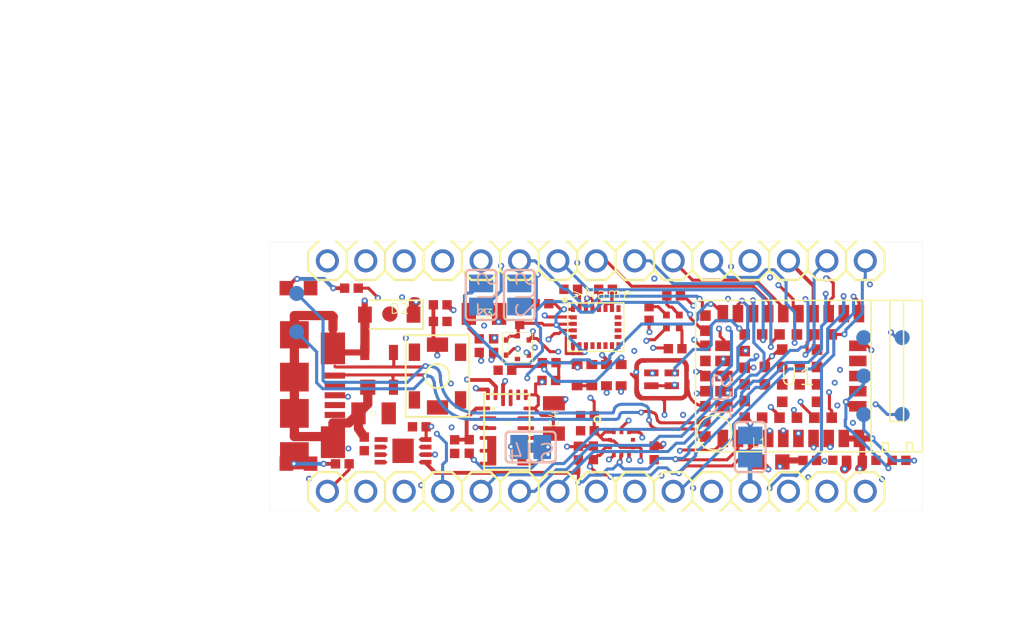
<source format=kicad_pcb>
(kicad_pcb (version 20171130) (host pcbnew 5.1.6)
  (layers (0 Top signal) (1 PWR signal) (2 MID signal) (31 Bottom signal) (34 B.Paste user) (35 F.Paste user) (36 B.SilkS user) (37 F.SilkS user) (38 B.Mask user) (39 F.Mask user) (44 Edge.Cuts user))
  (net 0 "")
  (net 1 GND)
  (net 2 +3V3)
  (net 3 VIN)
  (net 4 VUSB)
  (net 5 N$16)
  (net 6 /R_PULLUP)
  (net 7 /SCL1)
  (net 8 /SDA1)
  (net 9 "Net-(U4-Pad9)")
  (net 10 "Net-(U4-Pad7)")
  (net 11 "Net-(U4-Pad3)")
  (net 12 "Net-(U4-Pad2)")
  (net 13 "Net-(U4-Pad1)")
  (net 14 "Net-(C1-Pad1)")
  (net 15 "Net-(J1-Pad4)")
  (net 16 /USB_P)
  (net 17 /USB_N)
  (net 18 /RESETN)
  (net 19 /SWCLK)
  (net 20 "Net-(JP2-Pad12)")
  (net 21 /AIN1_A7)
  (net 22 /AIN4_A6)
  (net 23 /AIN0_A5/SCL)
  (net 24 /AIN7_A4/SDA)
  (net 25 /AIN5_A3)
  (net 26 /AIN6_A2)
  (net 27 /AIN2_A1)
  (net 28 /AIN3_A0)
  (net 29 /AREF)
  (net 30 /SCK)
  (net 31 "Net-(DL1-PadA)")
  (net 32 "Net-(DL2-PadA)")
  (net 33 "Net-(R2-Pad2)")
  (net 34 /MISO~~)
  (net 35 /MOSI)
  (net 36 /D10~~)
  (net 37 /D9~~)
  (net 38 /D8)
  (net 39 /D7)
  (net 40 /D6~~)
  (net 41 /D5~~)
  (net 42 /D4)
  (net 43 /D3~~)
  (net 44 /D2)
  (net 45 /RX)
  (net 46 /TX)
  (net 47 /INT_APDS)
  (net 48 /MIC_PWR)
  (net 49 /APDS_PWR)
  (net 50 /VDD_ENV)
  (net 51 "Net-(U1-Pad32)")
  (net 52 /VBUS)
  (net 53 "Net-(U1-Pad46)")
  (net 54 "Net-(U1-Pad45)")
  (net 55 /PDMCLK)
  (net 56 /LB)
  (net 57 /PDMDIN)
  (net 58 /LR)
  (net 59 /LG)
  (net 60 "Net-(SJ2-Pad1)")
  (net 61 "Net-(SJ3-Pad1)")
  (net 62 /SWDIO)
  (net 63 "Net-(U1-Pad13)")
  (net 64 "Net-(IC1-Pad20)")
  (net 65 "Net-(IC1-Pad19)")
  (net 66 "Net-(IC1-Pad18)")
  (net 67 "Net-(IC1-Pad17)")
  (net 68 "Net-(IC1-Pad11)")
  (net 69 "Net-(IC1-Pad2)")
  (net 70 "Net-(IC1-Pad1)")
  (net 71 "Net-(DL3-Pad2)")
  (net 72 "Net-(DL3-Pad4)")
  (net 73 "Net-(DL3-Pad3)")
  (net 74 "Net-(C5-Pad2)")
  (net 75 "Net-(C7-Pad2)")
  (net 76 "Net-(U2-Pad14)")
  (net 77 "Net-(U2-Pad13)")
  (net 78 "Net-(U2-Pad12)")
  (net 79 "Net-(U2-Pad11)")
  (net 80 "Net-(U2-Pad10)")
  (net 81 "Net-(U2-Pad9)")
  (net 82 "Net-(LPS-1-Pad7)")
  (net 83 "Net-(HS-1-PadP$3.DRDY)")
  (net 84 "Net-(U5-Pad3)")
  (net 85 "Net-(C16-Pad1)")
  (module "" (layer Top) (at 145.9611 96.1136)
    (fp_text reference @HOLE0 hide)
    (fp_text value "" (at 0 0) (layer F.SilkS) (effects (font (size 1.27 1.27))))
    (pad "" np_thru_hole circle (at 0 0) (size 1.651 1.651) (drill 1.651) (layers *.Cu *.Mask))
  )
  (module "" (layer Top) (at 145.9611 111.3536)
    (fp_text reference @HOLE1 hide)
    (fp_text value "" (at 0 0) (layer F.SilkS) (effects (font (size 1.27 1.27))))
    (pad "" np_thru_hole circle (at 0 0) (size 1.651 1.651) (drill 1.651) (layers *.Cu *.Mask))
  )
  (module "" (layer Top) (at 186.6011 111.3536)
    (fp_text reference @HOLE2 hide)
    (fp_text value "" (at 0 0) (layer F.SilkS) (effects (font (size 1.27 1.27))))
    (pad "" np_thru_hole circle (at 0 0) (size 1.651 1.651) (drill 1.651) (layers *.Cu *.Mask))
  )
  (module "" (layer Top) (at 186.6011 96.1136)
    (fp_text reference @HOLE3 hide)
    (fp_text value "" (at 0 0) (layer F.SilkS) (effects (font (size 1.27 1.27))))
    (pad "" np_thru_hole circle (at 0 0) (size 1.651 1.651) (drill 1.651) (layers *.Cu *.Mask))
  )
  (module NANO33BLE_V2.0:0402-1005X55N (layer Top) (at 166.0861 108.810963 90)
    (fp_text reference R13)
    (fp_text value 4k7 hide)
    (pad 2 smd roundrect (at 0.45 0 90) (size 0.62 0.62) (layers Top F.Paste F.Mask) (roundrect_rratio 0.015) (net 6 /R_PULLUP))
    (pad 1 smd roundrect (at -0.45 0 90) (size 0.62 0.62) (layers Top F.Paste F.Mask) (roundrect_rratio 0.015) (net 7 /SCL1))
  )
  (module NANO33BLE_V2.0:0402-1005X55N (layer Top) (at 165.0961 108.8236 90)
    (fp_text reference R14)
    (fp_text value 4k7 hide)
    (pad 2 smd roundrect (at 0.45 0 90) (size 0.62 0.62) (layers Top F.Paste F.Mask) (roundrect_rratio 0.015) (net 6 /R_PULLUP))
    (pad 1 smd roundrect (at -0.45 0 90) (size 0.62 0.62) (layers Top F.Paste F.Mask) (roundrect_rratio 0.015) (net 8 /SDA1))
  )
  (module NANO33BLE_V2.0:SON50P300X200X60-9N-EP160X140 (layer Top) (at 153.5036 108.6786 270)
    (fp_text reference U4)
    (fp_text value DNP hide)
    (fp_poly (pts (xy -0.6 -1.875) (xy -0.6 -1.175) (xy -0.74 -1.035) (xy -0.75 -1.035) (xy -0.76 -1.035) (xy -0.9 -1.175) (xy -0.9 -1.875)) (layer Top) (width 0))
    (fp_poly (pts (xy -0.1 -1.875) (xy -0.1 -1.175) (xy -0.24 -1.035) (xy -0.25 -1.035) (xy -0.26 -1.035) (xy -0.4 -1.175) (xy -0.4 -1.875)) (layer Top) (width 0))
    (fp_poly (pts (xy 0.4 -1.875) (xy 0.4 -1.175) (xy 0.26 -1.035) (xy 0.25 -1.035) (xy 0.24 -1.035) (xy 0.1 -1.175) (xy 0.1 -1.875)) (layer Top) (width 0))
    (fp_poly (pts (xy 0.9 -1.875) (xy 0.9 -1.175) (xy 0.76 -1.035) (xy 0.75 -1.035) (xy 0.74 -1.035) (xy 0.6 -1.175) (xy 0.6 -1.875)) (layer Top) (width 0))
    (fp_poly (pts (xy 0.6 1.875) (xy 0.6 1.175) (xy 0.74 1.035) (xy 0.75 1.035) (xy 0.76 1.035) (xy 0.9 1.175) (xy 0.9 1.875)) (layer Top) (width 0))
    (fp_poly (pts (xy 0.1 1.875) (xy 0.1 1.175) (xy 0.24 1.035) (xy 0.25 1.035) (xy 0.26 1.035) (xy 0.4 1.175) (xy 0.4 1.875)) (layer Top) (width 0))
    (fp_poly (pts (xy -0.4 1.875) (xy -0.4 1.175) (xy -0.26 1.035) (xy -0.25 1.035) (xy -0.24 1.035) (xy -0.1 1.175) (xy -0.1 1.875)) (layer Top) (width 0))
    (fp_poly (pts (xy -0.9017 1.87325) (xy -0.9017 1.02235) (xy -0.5969 1.02235) (xy -0.5969 1.87325)) (layer Top) (width 0))
    (fp_poly (pts (xy 0.8 -0.7) (xy -0.8 -0.7) (xy -0.8 0.7) (xy 0.8 0.7)) (layer Top) (width 0))
    (pad 9 smd roundrect (at 0 0 270) (size 1.6 1.4) (layers Top F.Mask) (roundrect_rratio 0.015) (net 9 "Net-(U4-Pad9)"))
    (pad 8 smd roundrect (at -0.75 -1.525 270) (size 0.3 0.7) (layers Top F.Mask) (roundrect_rratio 0.015) (net 2 +3V3))
    (pad 7 smd roundrect (at -0.25 -1.525 270) (size 0.3 0.7) (layers Top F.Mask) (roundrect_rratio 0.015) (net 10 "Net-(U4-Pad7)"))
    (pad 6 smd roundrect (at 0.25 -1.525 270) (size 0.3 0.7) (layers Top F.Mask) (roundrect_rratio 0.015) (net 7 /SCL1))
    (pad 5 smd roundrect (at 0.75 -1.525 270) (size 0.3 0.7) (layers Top F.Mask) (roundrect_rratio 0.015) (net 8 /SDA1))
    (pad 4 smd roundrect (at 0.75 1.525 270) (size 0.3 0.7) (layers Top F.Mask) (roundrect_rratio 0.015) (net 1 GND))
    (pad 3 smd roundrect (at 0.25 1.525 270) (size 0.3 0.7) (layers Top F.Mask) (roundrect_rratio 0.015) (net 11 "Net-(U4-Pad3)"))
    (pad 2 smd roundrect (at -0.25 1.525 270) (size 0.3 0.7) (layers Top F.Mask) (roundrect_rratio 0.015) (net 12 "Net-(U4-Pad2)"))
    (pad 1 smd roundrect (at -0.75 1.45 270) (size 0.3 0.85) (layers Top F.Mask) (roundrect_rratio 0.015) (net 13 "Net-(U4-Pad1)"))
  )
  (module NANO33BLE_V2.0:0402-1005X55N (layer Top) (at 154.5786 107.0861 180)
    (fp_text reference C21)
    (fp_text value 100n hide)
    (pad 2 smd roundrect (at 0.45 0 180) (size 0.62 0.62) (layers Top F.Paste F.Mask) (roundrect_rratio 0.015) (net 1 GND))
    (pad 1 smd roundrect (at -0.45 0 180) (size 0.62 0.62) (layers Top F.Paste F.Mask) (roundrect_rratio 0.015) (net 2 +3V3))
  )
  (module NANO33BLE_V2.0:ZX62-AB-5PA (layer Top) (at 145.9711 105.0036 270)
    (fp_text reference J1)
    (fp_text value - hide)
    (pad 11 smd roundrect (at -3.1 -2.9 90) (size 2.1 1.6) (layers Top F.Paste F.Mask) (roundrect_rratio 0.015) (net 14 "Net-(C1-Pad1)"))
    (pad 10 smd roundrect (at -4 -0.35 90) (size 1.8 1.9) (layers Top F.Paste F.Mask) (roundrect_rratio 0.015) (net 14 "Net-(C1-Pad1)"))
    (pad 9 smd roundrect (at -1.2 -0.35 90) (size 1.9 1.9) (layers Top F.Paste F.Mask) (roundrect_rratio 0.015) (net 14 "Net-(C1-Pad1)"))
    (pad 8 smd roundrect (at 1.2 -0.35 90) (size 1.9 1.9) (layers Top F.Paste F.Mask) (roundrect_rratio 0.015) (net 14 "Net-(C1-Pad1)"))
    (pad 7 smd roundrect (at 4 -0.35 90) (size 1.8 1.9) (layers Top F.Paste F.Mask) (roundrect_rratio 0.015) (net 14 "Net-(C1-Pad1)"))
    (pad 6 smd roundrect (at 3.1 -2.9 90) (size 2.1 1.6) (layers Top F.Paste F.Mask) (roundrect_rratio 0.015) (net 14 "Net-(C1-Pad1)"))
    (pad 5 smd roundrect (at 1.3 -3.025 90) (size 0.4 1.35) (layers Top F.Paste F.Mask) (roundrect_rratio 0.015) (net 1 GND))
    (pad 4 smd roundrect (at 0.65 -3.025 90) (size 0.4 1.35) (layers Top F.Paste F.Mask) (roundrect_rratio 0.015) (net 15 "Net-(J1-Pad4)"))
    (pad 3 smd roundrect (at 0 -3.025 90) (size 0.4 1.35) (layers Top F.Paste F.Mask) (roundrect_rratio 0.015) (net 16 /USB_P))
    (pad 2 smd roundrect (at -0.65 -3.025 90) (size 0.4 1.35) (layers Top F.Paste F.Mask) (roundrect_rratio 0.015) (net 17 /USB_N))
    (pad 1 smd roundrect (at -1.3 -3.025 90) (size 0.4 1.35) (layers Top F.Paste F.Mask) (roundrect_rratio 0.015) (net 4 VUSB))
  )
  (module NANO33BLE_V2.0:SOT190P230X110-4N (layer Top) (at 151.9211 103.3236 90)
    (fp_text reference D1)
    (fp_text value PRTR5V hide)
    (pad 4 smd roundrect (at 1.15 -0.95 90) (size 1 0.6) (layers Top F.Paste F.Mask) (roundrect_rratio 0.015) (net 4 VUSB))
    (pad 3 smd roundrect (at 1.15 0.95 90) (size 1 0.6) (layers Top F.Paste F.Mask) (roundrect_rratio 0.015) (net 17 /USB_N))
    (pad 2 smd roundrect (at -1.15 0.95 90) (size 1 0.6) (layers Top F.Paste F.Mask) (roundrect_rratio 0.015) (net 16 /USB_P))
    (pad 1 smd roundrect (at -1.15 -0.75 90) (size 1 1) (layers Top F.Paste F.Mask) (roundrect_rratio 0.015) (net 14 "Net-(C1-Pad1)"))
  )
  (module NANO33BLE_V2.0:0402-1005X55N (layer Top) (at 155.9611 100.1236)
    (fp_text reference C2)
    (fp_text value 100n hide)
    (pad 2 smd roundrect (at 0.45 0) (size 0.62 0.62) (layers Top F.Paste F.Mask) (roundrect_rratio 0.015) (net 1 GND))
    (pad 1 smd roundrect (at -0.45 0) (size 0.62 0.62) (layers Top F.Paste F.Mask) (roundrect_rratio 0.015) (net 18 /RESETN))
  )
  (module NANO33BLE_V2.0:0402-1005X55N (layer Top) (at 186.2911 109.3061)
    (fp_text reference R4)
    (fp_text value DNP hide)
    (pad 2 smd roundrect (at 0.45 0) (size 0.62 0.62) (layers Top F.Paste F.Mask) (roundrect_rratio 0.015) (net 2 +3V3))
    (pad 1 smd roundrect (at -0.45 0) (size 0.62 0.62) (layers Top F.Paste F.Mask) (roundrect_rratio 0.015) (net 19 /SWCLK))
  )
  (module NANO33BLE_V2.0:0402-1005X55N (layer Top) (at 155.9611 99.0236)
    (fp_text reference R5)
    (fp_text value DNP hide)
    (pad 2 smd roundrect (at 0.45 0) (size 0.62 0.62) (layers Top F.Paste F.Mask) (roundrect_rratio 0.015) (net 2 +3V3))
    (pad 1 smd roundrect (at -0.45 0) (size 0.62 0.62) (layers Top F.Paste F.Mask) (roundrect_rratio 0.015) (net 18 /RESETN))
  )
  (module NANO33BLE_V2.0:0805-R2013X50N (layer Top) (at 151.5586 106.1986)
    (fp_text reference C1 (at 0 0) (layer F.SilkS) (effects (font (size 0.28956 0.28956) (thickness 0.028956))))
    (fp_text value 4n7 hide)
    (pad 2 smd roundrect (at 1 0) (size 0.95 1.45) (layers Top F.Paste F.Mask) (roundrect_rratio 0.015) (net 1 GND))
    (pad 1 smd roundrect (at -1 0) (size 0.95 1.45) (layers Top F.Paste F.Mask) (roundrect_rratio 0.015) (net 14 "Net-(C1-Pad1)"))
  )
  (module NANO33BLE_V2.0:0402-1005X55N (layer Top) (at 150.9411 108.2161 90)
    (fp_text reference R1)
    (fp_text value 1M hide)
    (pad 2 smd roundrect (at 0.45 0 90) (size 0.62 0.62) (layers Top F.Paste F.Mask) (roundrect_rratio 0.015) (net 14 "Net-(C1-Pad1)"))
    (pad 1 smd roundrect (at -0.45 0 90) (size 0.62 0.62) (layers Top F.Paste F.Mask) (roundrect_rratio 0.015) (net 1 GND))
  )
  (module NANO33BLE_V2.0:FD-1-1.5 (layer Top) (at 152.6311 99.6336)
    (fp_text reference FD1 hide)
    (fp_text value DNP hide)
    (pad P$1 smd roundrect (at 0 0) (size 1.016 1.016) (layers Top F.Mask) (roundrect_rratio 0.5))
  )
  (module NANO33BLE_V2.0:C&K_PTS820_NO_HOLES (layer Top) (at 155.7811 103.7336 90)
    (fp_text reference PB1 hide)
    (fp_text value PTS820 hide)
    (pad 6 smd rect (at 2.075 0 180) (size 1.4 0.95) (layers Top F.Paste F.Mask) (net 18 /RESETN))
    (pad 5 smd rect (at -2.075 0 180) (size 1.4 0.95) (layers Top F.Paste F.Mask) (net 1 GND))
    (pad 4 smd rect (at 1.575 1.525 270) (size 1.15 0.75) (layers Top F.Paste F.Mask) (net 1 GND))
    (pad 3 smd rect (at 1.575 -1.525 270) (size 1.15 0.75) (layers Top F.Paste F.Mask) (net 1 GND))
    (pad 2 smd rect (at -1.575 1.525 270) (size 1.15 0.75) (layers Top F.Paste F.Mask) (net 1 GND))
    (pad 1 smd rect (at -1.575 -1.525 270) (size 1.15 0.75) (layers Top F.Paste F.Mask) (net 1 GND))
  )
  (module NANO33BLE_V2.0:0402-1005X55N (layer Top) (at 182.3661 109.3036 180)
    (fp_text reference C8)
    (fp_text value 100n hide)
    (pad 2 smd roundrect (at 0.45 0 180) (size 0.62 0.62) (layers Top F.Paste F.Mask) (roundrect_rratio 0.015) (net 1 GND))
    (pad 1 smd roundrect (at -0.45 0 180) (size 0.62 0.62) (layers Top F.Paste F.Mask) (roundrect_rratio 0.015) (net 2 +3V3))
  )
  (module NANO33BLE_V2.0:0402-1005X55N (layer Top) (at 184.3161 109.3036 180)
    (fp_text reference C9)
    (fp_text value 100n hide)
    (pad 2 smd roundrect (at 0.45 0 180) (size 0.62 0.62) (layers Top F.Paste F.Mask) (roundrect_rratio 0.015) (net 2 +3V3))
    (pad 1 smd roundrect (at -0.45 0 180) (size 0.62 0.62) (layers Top F.Paste F.Mask) (roundrect_rratio 0.015) (net 1 GND))
  )
  (module NANO33BLE_V2.0:1X15-CASTELL (layer Top) (at 166.2811 111.3536)
    (fp_text reference JP2 hide)
    (fp_text value PINHD-1X15-CASTELLATED hide)
    (pad "" np_thru_hole circle (at -17.78 1.27) (size 1.016 1.016) (drill 1.016) (layers *.Cu *.Mask))
    (pad "" np_thru_hole circle (at -15.24 1.27) (size 1.016 1.016) (drill 1.016) (layers *.Cu *.Mask))
    (pad "" np_thru_hole circle (at -12.7 1.27) (size 1.016 1.016) (drill 1.016) (layers *.Cu *.Mask))
    (pad "" np_thru_hole circle (at -10.16 1.27) (size 1.016 1.016) (drill 1.016) (layers *.Cu *.Mask))
    (pad "" np_thru_hole circle (at -7.62 1.27) (size 1.016 1.016) (drill 1.016) (layers *.Cu *.Mask))
    (pad "" np_thru_hole circle (at -5.08 1.27) (size 1.016 1.016) (drill 1.016) (layers *.Cu *.Mask))
    (pad "" np_thru_hole circle (at -2.54 1.27) (size 1.016 1.016) (drill 1.016) (layers *.Cu *.Mask))
    (pad "" np_thru_hole circle (at 0 1.27) (size 1.016 1.016) (drill 1.016) (layers *.Cu *.Mask))
    (pad "" np_thru_hole circle (at 2.54 1.27) (size 1.016 1.016) (drill 1.016) (layers *.Cu *.Mask))
    (pad "" np_thru_hole circle (at 5.08 1.27) (size 1.016 1.016) (drill 1.016) (layers *.Cu *.Mask))
    (pad "" np_thru_hole circle (at 7.62 1.27) (size 1.016 1.016) (drill 1.016) (layers *.Cu *.Mask))
    (pad "" np_thru_hole circle (at 10.16 1.27) (size 1.016 1.016) (drill 1.016) (layers *.Cu *.Mask))
    (pad "" np_thru_hole circle (at 12.7 1.27) (size 1.016 1.016) (drill 1.016) (layers *.Cu *.Mask))
    (pad "" np_thru_hole circle (at 15.24 1.27) (size 1.016 1.016) (drill 1.016) (layers *.Cu *.Mask))
    (pad "" np_thru_hole circle (at 17.78 1.27) (size 1.016 1.016) (drill 1.016) (layers *.Cu *.Mask))
    (pad 15 thru_hole circle (at 17.78 0 270) (size 1.524 1.524) (drill 1.016) (layers *.Cu *.Mask) (net 3 VIN))
    (pad 14 thru_hole circle (at 15.24 0 270) (size 1.524 1.524) (drill 1.016) (layers *.Cu *.Mask) (net 1 GND))
    (pad 13 thru_hole circle (at 12.7 0 270) (size 1.524 1.524) (drill 1.016) (layers *.Cu *.Mask) (net 18 /RESETN))
    (pad 12 thru_hole circle (at 10.16 0 270) (size 1.524 1.524) (drill 1.016) (layers *.Cu *.Mask) (net 20 "Net-(JP2-Pad12)"))
    (pad 11 thru_hole circle (at 7.62 0 270) (size 1.524 1.524) (drill 1.016) (layers *.Cu *.Mask) (net 21 /AIN1_A7))
    (pad 10 thru_hole circle (at 5.08 0 270) (size 1.524 1.524) (drill 1.016) (layers *.Cu *.Mask) (net 22 /AIN4_A6))
    (pad 9 thru_hole circle (at 2.54 0 270) (size 1.524 1.524) (drill 1.016) (layers *.Cu *.Mask) (net 23 /AIN0_A5/SCL))
    (pad 8 thru_hole circle (at 0 0 270) (size 1.524 1.524) (drill 1.016) (layers *.Cu *.Mask) (net 24 /AIN7_A4/SDA))
    (pad 7 thru_hole circle (at -2.54 0 270) (size 1.524 1.524) (drill 1.016) (layers *.Cu *.Mask) (net 25 /AIN5_A3))
    (pad 6 thru_hole circle (at -5.08 0 270) (size 1.524 1.524) (drill 1.016) (layers *.Cu *.Mask) (net 26 /AIN6_A2))
    (pad 5 thru_hole circle (at -7.62 0 270) (size 1.524 1.524) (drill 1.016) (layers *.Cu *.Mask) (net 27 /AIN2_A1))
    (pad 4 thru_hole circle (at -10.16 0 270) (size 1.524 1.524) (drill 1.016) (layers *.Cu *.Mask) (net 28 /AIN3_A0))
    (pad 3 thru_hole circle (at -12.7 0 270) (size 1.524 1.524) (drill 1.016) (layers *.Cu *.Mask) (net 29 /AREF))
    (pad 2 thru_hole circle (at -15.24 0 270) (size 1.524 1.524) (drill 1.016) (layers *.Cu *.Mask) (net 2 +3V3))
    (pad 1 thru_hole circle (at -17.78 0 270) (size 1.524 1.524) (drill 1.016) (layers *.Cu *.Mask) (net 30 /SCK))
  )
  (module NANO33BLE_V2.0:SODFL3517X110N (layer Top) (at 152.5911 99.6736 180)
    (fp_text reference D2 (at 0 0) (layer F.SilkS) (effects (font (size 0.665 0.665) (thickness 0.0665)) (justify left bottom)))
    (fp_text value PMEG6020)
    (pad C smd roundrect (at -1.605 0) (size 0.91 1.07) (layers Top F.Paste F.Mask) (roundrect_rratio 0.01) (net 3 VIN))
    (pad A smd roundrect (at 1.605 0 180) (size 0.91 1.07) (layers Top F.Paste F.Mask) (roundrect_rratio 0.01) (net 4 VUSB))
  )
  (module NANO33BLE_V2.0:LEDC1608X80N-AK (layer Top) (at 146.5911 109.5236 180)
    (fp_text reference DL1)
    (fp_text value YELLOW hide)
    (pad C smd roundrect (at -0.8 0 180) (size 0.9 0.95) (layers Top F.Paste F.Mask) (roundrect_rratio 0.015) (net 1 GND))
    (pad A smd roundrect (at 0.8 0 180) (size 0.9 0.95) (layers Top F.Paste F.Mask) (roundrect_rratio 0.015) (net 31 "Net-(DL1-PadA)"))
  )
  (module NANO33BLE_V2.0:LEDC1608X80N-AK (layer Top) (at 146.5911 97.9236 180)
    (fp_text reference DL2)
    (fp_text value GREEN hide)
    (pad C smd roundrect (at -0.8 0 180) (size 0.9 0.95) (layers Top F.Paste F.Mask) (roundrect_rratio 0.015) (net 1 GND))
    (pad A smd roundrect (at 0.8 0 180) (size 0.9 0.95) (layers Top F.Paste F.Mask) (roundrect_rratio 0.015) (net 32 "Net-(DL2-PadA)"))
  )
  (module NANO33BLE_V2.0:0402-1005X55N (layer Top) (at 150.0911 97.9236)
    (fp_text reference R2)
    (fp_text value 330R hide)
    (pad 2 smd roundrect (at 0.45 0) (size 0.62 0.62) (layers Top F.Paste F.Mask) (roundrect_rratio 0.015) (net 33 "Net-(R2-Pad2)"))
    (pad 1 smd roundrect (at -0.45 0) (size 0.62 0.62) (layers Top F.Paste F.Mask) (roundrect_rratio 0.015) (net 32 "Net-(DL2-PadA)"))
  )
  (module NANO33BLE_V2.0:0402-1005X55N (layer Top) (at 149.4911 109.5361)
    (fp_text reference R3)
    (fp_text value 330R hide)
    (pad 2 smd roundrect (at 0.45 0) (size 0.62 0.62) (layers Top F.Paste F.Mask) (roundrect_rratio 0.015) (net 30 /SCK))
    (pad 1 smd roundrect (at -0.45 0) (size 0.62 0.62) (layers Top F.Paste F.Mask) (roundrect_rratio 0.015) (net 31 "Net-(DL1-PadA)"))
  )
  (module NANO33BLE_V2.0:MPM3610 (layer Top) (at 160.3661 107.4236)
    (fp_text reference IC1 (at -0.2125 -0.45) (layer F.SilkS) (effects (font (size 0.2375 0.2375) (thickness 0.019)) (justify left bottom)))
    (fp_text value MPM3610)
    (pad 20 smd roundrect (at 1 1.25 90) (size 1.95 0.6) (layers Top F.Paste F.Mask) (roundrect_rratio 0.05) (net 64 "Net-(IC1-Pad20)"))
    (pad 19 smd roundrect (at -1 1.25 90) (size 1.95 0.6) (layers Top F.Paste F.Mask) (roundrect_rratio 0.05) (net 65 "Net-(IC1-Pad19)"))
    (pad 18 smd roundrect (at -1.25 -2.45) (size 0.25 0.7) (layers Top F.Paste F.Mask) (roundrect_rratio 0.3) (net 66 "Net-(IC1-Pad18)"))
    (pad 17 smd roundrect (at -0.75 -2.45) (size 0.25 0.7) (layers Top F.Paste F.Mask) (roundrect_rratio 0.3) (net 67 "Net-(IC1-Pad17)"))
    (pad 16 smd roundrect (at -0.25 -2.25) (size 0.25 1.1) (layers Top F.Paste F.Mask) (roundrect_rratio 0.3) (net 3 VIN))
    (pad 15 smd roundrect (at 0.25 -2.25) (size 0.25 1.1) (layers Top F.Paste F.Mask) (roundrect_rratio 0.3))
    (pad 14 smd roundrect (at 0.75 -2.45) (size 0.25 0.7) (layers Top F.Paste F.Mask) (roundrect_rratio 0.3) (net 1 GND))
    (pad 13 smd roundrect (at 1.25 -2.45) (size 0.25 0.7) (layers Top F.Paste F.Mask) (roundrect_rratio 0.3) (net 1 GND))
    (pad 12 smd roundrect (at 1.45 -1.55 90) (size 0.25 0.7) (layers Top F.Paste F.Mask) (roundrect_rratio 0.3) (net 1 GND))
    (pad 11 smd roundrect (at 1.25 -0.9 90) (size 0.25 1.1) (layers Top F.Paste F.Mask) (roundrect_rratio 0.3) (net 68 "Net-(IC1-Pad11)"))
    (pad 10 smd roundrect (at 1.25 -0.25 90) (size 0.25 1.1) (layers Top F.Paste F.Mask) (roundrect_rratio 0.3))
    (pad 9 smd roundrect (at 1.45 0.4 270) (size 0.25 0.7) (layers Top F.Paste F.Mask) (roundrect_rratio 0.3) (net 64 "Net-(IC1-Pad20)"))
    (pad 8 smd roundrect (at 1.45 1.25 270) (size 0.25 0.7) (layers Top F.Paste F.Mask) (roundrect_rratio 0.3) (net 64 "Net-(IC1-Pad20)"))
    (pad 7 smd roundrect (at 1.45 2.1 270) (size 0.25 0.7) (layers Top F.Paste F.Mask) (roundrect_rratio 0.3) (net 64 "Net-(IC1-Pad20)"))
    (pad 6 smd roundrect (at -1.45 2.1 270) (size 0.25 0.7) (layers Top F.Paste F.Mask) (roundrect_rratio 0.3) (net 65 "Net-(IC1-Pad19)"))
    (pad 5 smd roundrect (at -1.45 1.25 270) (size 0.25 0.7) (layers Top F.Paste F.Mask) (roundrect_rratio 0.3) (net 65 "Net-(IC1-Pad19)"))
    (pad 4 smd roundrect (at -1.45 0.4 270) (size 0.25 0.7) (layers Top F.Paste F.Mask) (roundrect_rratio 0.3) (net 65 "Net-(IC1-Pad19)"))
    (pad 3 smd roundrect (at -1.25 -0.25 90) (size 0.25 1.1) (layers Top F.Paste F.Mask) (roundrect_rratio 0.3) (net 1 GND))
    (pad 2 smd roundrect (at -1.25 -0.9 90) (size 0.25 1.1) (layers Top F.Paste F.Mask) (roundrect_rratio 0.3) (net 69 "Net-(IC1-Pad2)"))
    (pad 1 smd roundrect (at -1.45 -1.55 90) (size 0.25 0.7) (layers Top F.Paste F.Mask) (roundrect_rratio 0.3) (net 70 "Net-(IC1-Pad1)"))
  )
  (module NANO33BLE_V2.0:0402-1005X55N (layer Top) (at 157.8786 108.3861 270)
    (fp_text reference R6)
    (fp_text value 75k hide)
    (pad 2 smd roundrect (at 0.45 0 270) (size 0.62 0.62) (layers Top F.Paste F.Mask) (roundrect_rratio 0.015) (net 64 "Net-(IC1-Pad20)"))
    (pad 1 smd roundrect (at -0.45 0 270) (size 0.62 0.62) (layers Top F.Paste F.Mask) (roundrect_rratio 0.015) (net 70 "Net-(IC1-Pad1)"))
  )
  (module NANO33BLE_V2.0:0402-1005X55N (layer Top) (at 156.9161 108.3986 90)
    (fp_text reference R8)
    (fp_text value 24k hide)
    (pad 2 smd roundrect (at 0.45 0 90) (size 0.62 0.62) (layers Top F.Paste F.Mask) (roundrect_rratio 0.015) (net 70 "Net-(IC1-Pad1)"))
    (pad 1 smd roundrect (at -0.45 0 90) (size 0.62 0.62) (layers Top F.Paste F.Mask) (roundrect_rratio 0.015) (net 1 GND))
  )
  (module NANO33BLE_V2.0:0402-1005X55N (layer Top) (at 158.5411 101.7236 270)
    (fp_text reference R9)
    (fp_text value 39k hide)
    (pad 2 smd roundrect (at 0.45 0 270) (size 0.62 0.62) (layers Top F.Paste F.Mask) (roundrect_rratio 0.015) (net 66 "Net-(IC1-Pad18)"))
    (pad 1 smd roundrect (at -0.45 0 270) (size 0.62 0.62) (layers Top F.Paste F.Mask) (roundrect_rratio 0.015) (net 1 GND))
  )
  (module NANO33BLE_V2.0:0402-1005X55N (layer Top) (at 159.4911 101.7236 90)
    (fp_text reference R10)
    (fp_text value 100k hide)
    (pad 2 smd roundrect (at 0.45 0 90) (size 0.62 0.62) (layers Top F.Paste F.Mask) (roundrect_rratio 0.015) (net 3 VIN))
    (pad 1 smd roundrect (at -0.45 0 90) (size 0.62 0.62) (layers Top F.Paste F.Mask) (roundrect_rratio 0.015) (net 67 "Net-(IC1-Pad17)"))
  )
  (module NANO33BLE_V2.0:0805-R2013X50N (layer Top) (at 158.8536 99.6236 180)
    (fp_text reference C3 (at -0.0375 0.005) (layer F.SilkS) (effects (font (size 0.57912 0.57912) (thickness 0.057912))))
    (fp_text value 22u hide)
    (pad 2 smd roundrect (at 1 0 180) (size 0.95 1.45) (layers Top F.Paste F.Mask) (roundrect_rratio 0.015) (net 1 GND))
    (pad 1 smd roundrect (at -1 0 180) (size 0.95 1.45) (layers Top F.Paste F.Mask) (roundrect_rratio 0.015) (net 2 +3V3))
  )
  (module NANO33BLE_V2.0:0805-R2013X50N (layer Top) (at 163.4786 106.5361 270)
    (fp_text reference C4 (at 0.025 0.005 90) (layer F.SilkS) (effects (font (size 0.57912 0.57912) (thickness 0.057912))))
    (fp_text value 22u hide)
    (pad 2 smd roundrect (at 1 0 270) (size 0.95 1.45) (layers Top F.Paste F.Mask) (roundrect_rratio 0.015) (net 1 GND))
    (pad 1 smd roundrect (at -1 0 270) (size 0.95 1.45) (layers Top F.Paste F.Mask) (roundrect_rratio 0.015) (net 3 VIN))
  )
  (module NANO33BLE_V2.0:1X15-CASTELL (layer Top) (at 166.2811 96.1136 180)
    (fp_text reference JP3 hide)
    (fp_text value PINHD-1X15-CASTELLATED hide)
    (pad "" np_thru_hole circle (at -17.78 1.27 180) (size 1.016 1.016) (drill 1.016) (layers *.Cu *.Mask))
    (pad "" np_thru_hole circle (at -15.24 1.27 180) (size 1.016 1.016) (drill 1.016) (layers *.Cu *.Mask))
    (pad "" np_thru_hole circle (at -12.7 1.27 180) (size 1.016 1.016) (drill 1.016) (layers *.Cu *.Mask))
    (pad "" np_thru_hole circle (at -10.16 1.27 180) (size 1.016 1.016) (drill 1.016) (layers *.Cu *.Mask))
    (pad "" np_thru_hole circle (at -7.62 1.27 180) (size 1.016 1.016) (drill 1.016) (layers *.Cu *.Mask))
    (pad "" np_thru_hole circle (at -5.08 1.27 180) (size 1.016 1.016) (drill 1.016) (layers *.Cu *.Mask))
    (pad "" np_thru_hole circle (at -2.54 1.27 180) (size 1.016 1.016) (drill 1.016) (layers *.Cu *.Mask))
    (pad "" np_thru_hole circle (at 0 1.27 180) (size 1.016 1.016) (drill 1.016) (layers *.Cu *.Mask))
    (pad "" np_thru_hole circle (at 2.54 1.27 180) (size 1.016 1.016) (drill 1.016) (layers *.Cu *.Mask))
    (pad "" np_thru_hole circle (at 5.08 1.27 180) (size 1.016 1.016) (drill 1.016) (layers *.Cu *.Mask))
    (pad "" np_thru_hole circle (at 7.62 1.27 180) (size 1.016 1.016) (drill 1.016) (layers *.Cu *.Mask))
    (pad "" np_thru_hole circle (at 10.16 1.27 180) (size 1.016 1.016) (drill 1.016) (layers *.Cu *.Mask))
    (pad "" np_thru_hole circle (at 12.7 1.27 180) (size 1.016 1.016) (drill 1.016) (layers *.Cu *.Mask))
    (pad "" np_thru_hole circle (at 15.24 1.27 180) (size 1.016 1.016) (drill 1.016) (layers *.Cu *.Mask))
    (pad "" np_thru_hole circle (at 17.78 1.27 180) (size 1.016 1.016) (drill 1.016) (layers *.Cu *.Mask))
    (pad 15 thru_hole circle (at 17.78 0 90) (size 1.524 1.524) (drill 1.016) (layers *.Cu *.Mask) (net 34 /MISO~~))
    (pad 14 thru_hole circle (at 15.24 0 90) (size 1.524 1.524) (drill 1.016) (layers *.Cu *.Mask) (net 35 /MOSI))
    (pad 13 thru_hole circle (at 12.7 0 90) (size 1.524 1.524) (drill 1.016) (layers *.Cu *.Mask) (net 36 /D10~~))
    (pad 12 thru_hole circle (at 10.16 0 90) (size 1.524 1.524) (drill 1.016) (layers *.Cu *.Mask) (net 37 /D9~~))
    (pad 11 thru_hole circle (at 7.62 0 90) (size 1.524 1.524) (drill 1.016) (layers *.Cu *.Mask) (net 38 /D8))
    (pad 10 thru_hole circle (at 5.08 0 90) (size 1.524 1.524) (drill 1.016) (layers *.Cu *.Mask) (net 39 /D7))
    (pad 9 thru_hole circle (at 2.54 0 90) (size 1.524 1.524) (drill 1.016) (layers *.Cu *.Mask) (net 40 /D6~~))
    (pad 8 thru_hole circle (at 0 0 90) (size 1.524 1.524) (drill 1.016) (layers *.Cu *.Mask) (net 41 /D5~~))
    (pad 7 thru_hole circle (at -2.54 0 90) (size 1.524 1.524) (drill 1.016) (layers *.Cu *.Mask) (net 42 /D4))
    (pad 6 thru_hole circle (at -5.08 0 90) (size 1.524 1.524) (drill 1.016) (layers *.Cu *.Mask) (net 43 /D3~~))
    (pad 5 thru_hole circle (at -7.62 0 90) (size 1.524 1.524) (drill 1.016) (layers *.Cu *.Mask) (net 44 /D2))
    (pad 4 thru_hole circle (at -10.16 0 90) (size 1.524 1.524) (drill 1.016) (layers *.Cu *.Mask) (net 1 GND))
    (pad 3 thru_hole circle (at -12.7 0 90) (size 1.524 1.524) (drill 1.016) (layers *.Cu *.Mask) (net 18 /RESETN))
    (pad 2 thru_hole circle (at -15.24 0 90) (size 1.524 1.524) (drill 1.016) (layers *.Cu *.Mask) (net 45 /RX))
    (pad 1 thru_hole circle (at -17.78 0 90) (size 1.524 1.524) (drill 1.016) (layers *.Cu *.Mask) (net 46 /TX))
  )
  (module NANO33BLE_V2.0:TP-1.00MM (layer Top) (at 146.4691 98.2726)
    (fp_text reference D-1 hide)
    (fp_text value DNP hide)
    (pad X smd roundrect (at 0 0) (size 1 1) (layers Bottom B.Mask) (roundrect_rratio 0.5) (net 17 /USB_N))
  )
  (module NANO33BLE_V2.0:TP-1.00MM (layer Top) (at 146.4691 100.8126)
    (fp_text reference D+1 hide)
    (fp_text value DNP hide)
    (pad X smd roundrect (at 0 0) (size 1 1) (layers Bottom B.Mask) (roundrect_rratio 0.5) (net 16 /USB_P))
  )
  (module NANO33BLE_V2.0:NINA-B3X (layer Top) (at 179.5911 103.7336 180)
    (fp_text reference U1 (at 0 0) (layer F.SilkS) (effects (font (size 1.2065 1.2065) (thickness 0.09652))))
    (fp_text value NINA-B3X hide)
    (pad 55 smd rect (at 6.1 -4) (size 0.7 0.7) (layers Top F.Paste F.Mask) (net 17 /USB_N))
    (pad 54 smd rect (at 6.1 -3) (size 0.7 0.7) (layers Top F.Paste F.Mask) (net 16 /USB_P))
    (pad 53 smd rect (at 6.1 -2) (size 0.7 0.7) (layers Top F.Paste F.Mask) (net 1 GND))
    (pad 52 smd rect (at 6.1 -1) (size 0.7 0.7) (layers Top F.Paste F.Mask) (net 47 /INT_APDS))
    (pad 51 smd rect (at 6.1 0) (size 0.7 0.7) (layers Top F.Paste F.Mask) (net 48 /MIC_PWR))
    (pad 50 smd rect (at 6.1 1) (size 0.7 0.7) (layers Top F.Paste F.Mask) (net 49 /APDS_PWR))
    (pad 49 smd rect (at 6.1 2) (size 0.7 0.7) (layers Top F.Paste F.Mask) (net 50 /VDD_ENV))
    (pad 48 smd rect (at 6.1 3) (size 0.7 0.7) (layers Top F.Paste F.Mask) (net 38 /D8))
    (pad 47 smd rect (at 6.1 4) (size 0.7 0.7) (layers Top F.Paste F.Mask) (net 39 /D7))
    (pad 41 smd rect (at 2.35 2.75) (size 0.7 0.7) (layers Top F.Paste F.Mask) (net 40 /D6~~))
    (pad 40 smd rect (at 1.2 2.75) (size 0.7 0.7) (layers Top F.Paste F.Mask) (net 42 /D4))
    (pad 39 smd rect (at 0.05 2.75) (size 0.7 0.7) (layers Top F.Paste F.Mask) (net 44 /D2))
    (pad 38 smd rect (at -1.1 2.75) (size 0.7 0.7) (layers Top F.Paste F.Mask) (net 45 /RX))
    (pad 37 smd rect (at -2.25 2.75) (size 0.7 0.7) (layers Top F.Paste F.Mask) (net 46 /TX))
    (pad 36 smd rect (at -2.25 -2.75) (size 0.7 0.7) (layers Top F.Paste F.Mask) (net 36 /D10~~))
    (pad 35 smd rect (at -1.1 -2.75) (size 0.7 0.7) (layers Top F.Paste F.Mask) (net 35 /MOSI))
    (pad 34 smd rect (at 0.05 -2.75) (size 0.7 0.7) (layers Top F.Paste F.Mask) (net 34 /MISO~~))
    (pad 33 smd rect (at 1.2 -2.75) (size 0.7 0.7) (layers Top F.Paste F.Mask) (net 33 "Net-(R2-Pad2)"))
    (pad 32 smd rect (at 2.35 -2.75) (size 0.7 0.7) (layers Top F.Paste F.Mask) (net 51 "Net-(U1-Pad32)"))
    (pad GND@1 smd rect (at -1.28 -1.7) (size 0.7 0.7) (layers Top F.Paste F.Mask) (net 1 GND))
    (pad GND@4 smd rect (at -1.28 1.75) (size 0.7 0.7) (layers Top F.Paste F.Mask) (net 1 GND))
    (pad GND@3 smd rect (at -1.28 0.6) (size 0.7 0.7) (layers Top F.Paste F.Mask) (net 1 GND))
    (pad GND@2 smd rect (at -1.28 -0.55) (size 0.7 0.7) (layers Top F.Paste F.Mask) (net 1 GND))
    (pad GND@5 smd rect (at -0.13 -0.55) (size 0.7 0.7) (layers Top F.Paste F.Mask) (net 1 GND))
    (pad GND@6 smd rect (at -0.13 0.6) (size 0.7 0.7) (layers Top F.Paste F.Mask) (net 1 GND))
    (pad GND@10 smd rect (at 1.02 1.75) (size 0.7 0.7) (layers Top F.Paste F.Mask) (net 1 GND))
    (pad GND@9 smd rect (at 1.02 0.6) (size 0.7 0.7) (layers Top F.Paste F.Mask) (net 1 GND))
    (pad GND@7 smd rect (at 1.02 -1.7) (size 0.7 0.7) (layers Top F.Paste F.Mask) (net 1 GND))
    (pad GND@8 smd rect (at 1.02 -0.55) (size 0.7 0.7) (layers Top F.Paste F.Mask) (net 1 GND))
    (pad GND@12 smd rect (at 2.17 0.6) (size 0.7 0.7) (layers Top F.Paste F.Mask) (net 1 GND))
    (pad GND@11 smd rect (at 2.17 -0.55) (size 0.7 0.7) (layers Top F.Paste F.Mask) (net 1 GND))
    (pad 31 smd rect (at 3.5 -2.75) (size 0.7 0.7) (layers Top F.Paste F.Mask) (net 52 /VBUS))
    (pad 46 smd rect (at 3.5 -1.65) (size 0.7 0.7) (layers Top F.Paste F.Mask) (net 53 "Net-(U1-Pad46)"))
    (pad 45 smd rect (at 3.5 -0.55) (size 0.7 0.7) (layers Top F.Paste F.Mask) (net 54 "Net-(U1-Pad45)"))
    (pad 42 smd rect (at 3.5 2.75) (size 0.7 0.7) (layers Top F.Paste F.Mask) (net 55 /PDMCLK))
    (pad 43 smd rect (at 3.5 1.65) (size 0.7 0.7) (layers Top F.Paste F.Mask) (net 56 /LB))
    (pad 44 smd rect (at 3.5 0.55) (size 0.7 0.7) (layers Top F.Paste F.Mask) (net 37 /D9~~))
    (pad 16 smd rect (at -4.05 4.125 270) (size 1.15 0.7) (layers Top F.Paste F.Mask) (net 21 /AIN1_A7))
    (pad 17 smd rect (at -3.05 4.125 270) (size 1.15 0.7) (layers Top F.Paste F.Mask) (net 22 /AIN4_A6))
    (pad 18 smd rect (at -2.05 4.125 270) (size 1.15 0.7) (layers Top F.Paste F.Mask) (net 23 /AIN0_A5/SCL))
    (pad 19 smd rect (at -1.05 4.125 270) (size 1.15 0.7) (layers Top F.Paste F.Mask) (net 18 /RESETN))
    (pad 20 smd rect (at -0.05 4.125 270) (size 1.15 0.7) (layers Top F.Paste F.Mask) (net 24 /AIN7_A4/SDA))
    (pad 21 smd rect (at 0.95 4.125 270) (size 1.15 0.7) (layers Top F.Paste F.Mask) (net 43 /D3~~))
    (pad 22 smd rect (at 1.95 4.125 270) (size 1.15 0.7) (layers Top F.Paste F.Mask) (net 41 /D5~~))
    (pad 23 smd rect (at 2.95 4.125 270) (size 1.15 0.7) (layers Top F.Paste F.Mask) (net 25 /AIN5_A3))
    (pad 24 smd rect (at 3.95 4.125 270) (size 1.15 0.7) (layers Top F.Paste F.Mask) (net 26 /AIN6_A2))
    (pad 25 smd rect (at 4.95 4.125 270) (size 1.15 0.7) (layers Top F.Paste F.Mask) (net 28 /AIN3_A0))
    (pad 10 smd rect (at -4.05 -4.125 270) (size 1.15 0.7) (layers Top F.Paste F.Mask) (net 2 +3V3))
    (pad 9 smd rect (at -3.05 -4.125 270) (size 1.15 0.7) (layers Top F.Paste F.Mask) (net 2 +3V3))
    (pad 8 smd rect (at -2.05 -4.125 270) (size 1.15 0.7) (layers Top F.Paste F.Mask) (net 6 /R_PULLUP))
    (pad 7 smd rect (at -1.05 -4.125 270) (size 1.15 0.7) (layers Top F.Paste F.Mask) (net 57 /PDMDIN))
    (pad 6 smd rect (at -0.05 -4.125 270) (size 1.15 0.7) (layers Top F.Paste F.Mask) (net 1 GND))
    (pad 5 smd rect (at 0.95 -4.125 270) (size 1.15 0.7) (layers Top F.Paste F.Mask) (net 58 /LR))
    (pad 4 smd rect (at 1.95 -4.125 270) (size 1.15 0.7) (layers Top F.Paste F.Mask) (net 59 /LG))
    (pad 3 smd rect (at 2.95 -4.125 270) (size 1.15 0.7) (layers Top F.Paste F.Mask) (net 7 /SCL1))
    (pad 2 smd rect (at 3.95 -4.125 270) (size 1.15 0.7) (layers Top F.Paste F.Mask) (net 8 /SDA1))
    (pad 1 smd rect (at 4.95 -4.125 270) (size 1.15 0.7) (layers Top F.Paste F.Mask) (net 30 /SCK))
    (pad 27 smd rect (at 4.875 1) (size 1.15 0.7) (layers Top F.Paste F.Mask) (net 27 /AIN2_A1))
    (pad 26 smd rect (at 4.875 2) (size 1.15 0.7) (layers Top F.Paste F.Mask) (net 1 GND))
    (pad 28 smd rect (at 4.875 0) (size 1.15 0.7) (layers Top F.Paste F.Mask) (net 60 "Net-(SJ2-Pad1)"))
    (pad 29 smd rect (at 4.875 -1) (size 1.15 0.7) (layers Top F.Paste F.Mask) (net 61 "Net-(SJ3-Pad1)"))
    (pad 30 smd rect (at 4.875 -2) (size 1.15 0.7) (layers Top F.Paste F.Mask) (net 1 GND))
    (pad 15 smd rect (at -3.975 2) (size 1.15 0.7) (layers Top F.Paste F.Mask) (net 62 /SWDIO))
    (pad 14 smd rect (at -3.975 1) (size 1.15 0.7) (layers Top F.Paste F.Mask) (net 1 GND))
    (pad 11 smd rect (at -3.975 -2) (size 1.15 0.7) (layers Top F.Paste F.Mask) (net 19 /SWCLK))
    (pad 12 smd rect (at -3.975 -1) (size 1.15 0.7) (layers Top F.Paste F.Mask) (net 1 GND))
    (pad 13 smd rect (at -3.975 0) (size 1.15 0.7) (layers Top F.Paste F.Mask) (net 63 "Net-(U1-Pad13)"))
  )
  (module NANO33BLE_V2.0:0603-1608X90N (layer Top) (at 177.7786 109.4111)
    (fp_text reference L1 (at -1.27 -0.9525) (layer F.SilkS) (effects (font (size 0.57912 0.57912) (thickness 0.057912)) (justify left bottom)))
    (fp_text value BLM18EG101 hide)
    (pad 2 smd roundrect (at 0.8 0) (size 0.95 1) (layers Top F.Paste F.Mask) (roundrect_rratio 0.015) (net 52 /VBUS))
    (pad 1 smd roundrect (at -0.8 0) (size 0.95 1) (layers Top F.Paste F.Mask) (roundrect_rratio 0.015) (net 4 VUSB))
  )
  (module NANO33BLE_V2.0:0402-1005X55N (layer Top) (at 170.1036 108.8111 90)
    (fp_text reference C6)
    (fp_text value 1n hide)
    (pad 2 smd roundrect (at 0.45 0 90) (size 0.62 0.62) (layers Top F.Paste F.Mask) (roundrect_rratio 0.015) (net 4 VUSB))
    (pad 1 smd roundrect (at -0.45 0 90) (size 0.62 0.62) (layers Top F.Paste F.Mask) (roundrect_rratio 0.015) (net 1 GND))
  )
  (module NANO33BLE_V2.0:0402-1005X55N (layer Top) (at 180.3911 109.3111 180)
    (fp_text reference C10)
    (fp_text value 1n hide)
    (pad 2 smd roundrect (at 0.45 0 180) (size 0.62 0.62) (layers Top F.Paste F.Mask) (roundrect_rratio 0.015) (net 52 /VBUS))
    (pad 1 smd roundrect (at -0.45 0 180) (size 0.62 0.62) (layers Top F.Paste F.Mask) (roundrect_rratio 0.015) (net 1 GND))
  )
  (module NANO33BLE_V2.0:0402-1005X55N (layer Top) (at 169.7661 99.5986 90)
    (fp_text reference R7)
    (fp_text value 1k hide)
    (pad 2 smd roundrect (at 0.45 0 90) (size 0.62 0.62) (layers Top F.Paste F.Mask) (roundrect_rratio 0.015) (net 71 "Net-(DL3-Pad2)"))
    (pad 1 smd roundrect (at -0.45 0 90) (size 0.62 0.62) (layers Top F.Paste F.Mask) (roundrect_rratio 0.015) (net 58 /LR))
  )
  (module NANO33BLE_V2.0:0402-1005X55N (layer Top) (at 171.4911 101.9236)
    (fp_text reference R11)
    (fp_text value 1k hide)
    (pad 2 smd roundrect (at 0.45 0) (size 0.62 0.62) (layers Top F.Paste F.Mask) (roundrect_rratio 0.015) (net 72 "Net-(DL3-Pad4)"))
    (pad 1 smd roundrect (at -0.45 0) (size 0.62 0.62) (layers Top F.Paste F.Mask) (roundrect_rratio 0.015) (net 59 /LG))
  )
  (module NANO33BLE_V2.0:0402-1005X55N (layer Top) (at 171.3911 98.4236 180)
    (fp_text reference R12)
    (fp_text value 1k hide)
    (pad 2 smd roundrect (at 0.45 0 180) (size 0.62 0.62) (layers Top F.Paste F.Mask) (roundrect_rratio 0.015) (net 73 "Net-(DL3-Pad3)"))
    (pad 1 smd roundrect (at -0.45 0 180) (size 0.62 0.62) (layers Top F.Paste F.Mask) (roundrect_rratio 0.015) (net 56 /LB))
  )
  (module NANO33BLE_V2.0:SMLP34RGB2W (layer Top) (at 171.3411 100.1236 180)
    (fp_text reference DL3 hide)
    (fp_text value - hide)
    (pad 3 smd rect (at -0.425 0.425 180) (size 0.45 0.45) (layers Top F.Paste F.Mask) (net 73 "Net-(DL3-Pad3)"))
    (pad 4 smd rect (at -0.425 -0.425 180) (size 0.45 0.45) (layers Top F.Paste F.Mask) (net 72 "Net-(DL3-Pad4)"))
    (pad 2 smd rect (at 0.425 0.425 180) (size 0.45 0.45) (layers Top F.Paste F.Mask) (net 71 "Net-(DL3-Pad2)"))
    (pad 1 smd rect (at 0.425 -0.425 180) (size 0.45 0.45) (layers Top F.Paste F.Mask) (net 2 +3V3))
  )
  (module NANO33BLE_V2.0:LSM9DS1_TEMP_LGA24-8X4 (layer Top) (at 166.2411 100.4986)
    (fp_text reference U2 hide)
    (fp_text value LSM9DS1 hide)
    (fp_text user >Name (at -1.778 -1.778) (layer F.SilkS) (effects (font (size 0.77216 0.77216) (thickness 0.065024)) (justify left bottom)))
    (pad 24 smd rect (at -1.075 -1.225 90) (size 0.45 0.27) (layers Top F.Paste F.Mask) (net 74 "Net-(C5-Pad2)"))
    (pad 23 smd rect (at -0.645 -1.225 90) (size 0.45 0.27) (layers Top F.Paste F.Mask) (net 50 /VDD_ENV))
    (pad 22 smd rect (at -0.215 -1.225 90) (size 0.45 0.27) (layers Top F.Paste F.Mask) (net 50 /VDD_ENV))
    (pad 21 smd rect (at 0.215 -1.225 90) (size 0.45 0.27) (layers Top F.Paste F.Mask) (net 75 "Net-(C7-Pad2)"))
    (pad 20 smd rect (at 0.645 -1.225 90) (size 0.45 0.27) (layers Top F.Paste F.Mask) (net 1 GND))
    (pad 19 smd rect (at 1.075 -1.225 90) (size 0.45 0.27) (layers Top F.Paste F.Mask) (net 1 GND))
    (pad 18 smd rect (at 1.505 -1.225 90) (size 0.45 0.27) (layers Top F.Paste F.Mask) (net 76 "Net-(U2-Pad14)"))
    (pad 17 smd rect (at 1.475 -0.645) (size 0.45 0.27) (layers Top F.Paste F.Mask) (net 76 "Net-(U2-Pad14)"))
    (pad 16 smd rect (at 1.475 -0.215) (size 0.45 0.27) (layers Top F.Paste F.Mask) (net 76 "Net-(U2-Pad14)"))
    (pad 15 smd rect (at 1.475 0.215) (size 0.45 0.27) (layers Top F.Paste F.Mask) (net 76 "Net-(U2-Pad14)"))
    (pad 14 smd rect (at 1.475 0.645) (size 0.45 0.27) (layers Top F.Paste F.Mask) (net 76 "Net-(U2-Pad14)"))
    (pad 13 smd rect (at 1.505 1.225 270) (size 0.45 0.27) (layers Top F.Paste F.Mask) (net 77 "Net-(U2-Pad13)"))
    (pad 12 smd rect (at 1.075 1.225 270) (size 0.45 0.27) (layers Top F.Paste F.Mask) (net 78 "Net-(U2-Pad12)"))
    (pad 11 smd rect (at 0.645 1.225 270) (size 0.45 0.27) (layers Top F.Paste F.Mask) (net 79 "Net-(U2-Pad11)"))
    (pad 10 smd rect (at 0.215 1.225 270) (size 0.45 0.27) (layers Top F.Paste F.Mask) (net 80 "Net-(U2-Pad10)"))
    (pad 9 smd rect (at -0.215 1.225 270) (size 0.45 0.27) (layers Top F.Paste F.Mask) (net 81 "Net-(U2-Pad9)"))
    (pad 8 smd rect (at -0.645 1.225 270) (size 0.45 0.27) (layers Top F.Paste F.Mask) (net 50 /VDD_ENV))
    (pad 7 smd rect (at -1.075 1.225 270) (size 0.45 0.27) (layers Top F.Paste F.Mask) (net 50 /VDD_ENV))
    (pad 6 smd rect (at -1.505 1.225 270) (size 0.45 0.27) (layers Top F.Paste F.Mask) (net 50 /VDD_ENV))
    (pad 5 smd rect (at -1.475 0.645 180) (size 0.45 0.27) (layers Top F.Paste F.Mask) (net 50 /VDD_ENV))
    (pad 4 smd rect (at -1.475 0.215 180) (size 0.45 0.27) (layers Top F.Paste F.Mask) (net 8 /SDA1))
    (pad 3 smd rect (at -1.475 -0.215 180) (size 0.45 0.27) (layers Top F.Paste F.Mask) (net 50 /VDD_ENV))
    (pad 2 smd rect (at -1.475 -0.645 180) (size 0.45 0.27) (layers Top F.Paste F.Mask) (net 7 /SCL1))
    (pad 1 smd rect (at -1.505 -1.225 90) (size 0.45 0.27) (layers Top F.Paste F.Mask) (net 50 /VDD_ENV))
  )
  (module NANO33BLE_V2.0:0402-1005X55N (layer Top) (at 164.5911 97.9986)
    (fp_text reference C5)
    (fp_text value 100n hide)
    (pad 2 smd roundrect (at 0.45 0) (size 0.62 0.62) (layers Top F.Paste F.Mask) (roundrect_rratio 0.015) (net 74 "Net-(C5-Pad2)"))
    (pad 1 smd roundrect (at -0.45 0) (size 0.62 0.62) (layers Top F.Paste F.Mask) (roundrect_rratio 0.015) (net 1 GND))
  )
  (module NANO33BLE_V2.0:0402-1005X55N (layer Top) (at 166.8911 97.9986 180)
    (fp_text reference C7)
    (fp_text value 10n hide)
    (pad 2 smd roundrect (at 0.45 0 180) (size 0.62 0.62) (layers Top F.Paste F.Mask) (roundrect_rratio 0.015) (net 75 "Net-(C7-Pad2)"))
    (pad 1 smd roundrect (at -0.45 0 180) (size 0.62 0.62) (layers Top F.Paste F.Mask) (roundrect_rratio 0.015) (net 1 GND))
  )
  (module NANO33BLE_V2.0:0402-1005X55N (layer Top) (at 162.6911 98.9486)
    (fp_text reference C11)
    (fp_text value 10n hide)
    (pad 2 smd roundrect (at 0.45 0) (size 0.62 0.62) (layers Top F.Paste F.Mask) (roundrect_rratio 0.015) (net 50 /VDD_ENV))
    (pad 1 smd roundrect (at -0.45 0) (size 0.62 0.62) (layers Top F.Paste F.Mask) (roundrect_rratio 0.015) (net 1 GND))
  )
  (module NANO33BLE_V2.0:0402-1005X55N (layer Top) (at 161.2161 99.8736 270)
    (fp_text reference C12)
    (fp_text value 100n hide)
    (pad 2 smd roundrect (at 0.45 0 270) (size 0.62 0.62) (layers Top F.Paste F.Mask) (roundrect_rratio 0.015) (net 50 /VDD_ENV))
    (pad 1 smd roundrect (at -0.45 0 270) (size 0.62 0.62) (layers Top F.Paste F.Mask) (roundrect_rratio 0.015) (net 1 GND))
  )
  (module NANO33BLE_V2.0:LPS22H (layer Top) (at 167.9411 108.1986 270)
    (fp_text reference LPS-1 hide)
    (fp_text value LPS22 hide)
    (pad 5 smd rect (at 0.7625 -0.5 180) (size 0.25 0.275) (layers Top F.Paste F.Mask) (net 1 GND))
    (pad 3 smd rect (at 0.7625 0.5 180) (size 0.25 0.275) (layers Top F.Paste F.Mask) (net 1 GND))
    (pad 4 smd rect (at 0.7625 0 180) (size 0.25 0.275) (layers Top F.Paste F.Mask) (net 8 /SDA1))
    (pad 8 smd rect (at -0.7625 -0.5 180) (size 0.25 0.275) (layers Top F.Paste F.Mask) (net 1 GND))
    (pad 9 smd rect (at -0.7625 0 180) (size 0.25 0.275) (layers Top F.Paste F.Mask) (net 1 GND))
    (pad 10 smd rect (at -0.7625 0.5 180) (size 0.25 0.275) (layers Top F.Paste F.Mask) (net 50 /VDD_ENV))
    (pad 7 smd rect (at -0.25 -0.7625 90) (size 0.25 0.275) (layers Top F.Paste F.Mask) (net 82 "Net-(LPS-1-Pad7)"))
    (pad 6 smd rect (at 0.25 -0.7625 90) (size 0.25 0.275) (layers Top F.Paste F.Mask) (net 50 /VDD_ENV))
    (pad 1 smd rect (at -0.25 0.7625 90) (size 0.25 0.275) (layers Top F.Paste F.Mask) (net 50 /VDD_ENV))
    (pad 2 smd rect (at 0.25 0.7625 90) (size 0.25 0.275) (layers Top F.Paste F.Mask) (net 7 /SCL1))
  )
  (module NANO33BLE_V2.0:0402-1005X55N (layer Top) (at 165.6911 107.3486)
    (fp_text reference C13)
    (fp_text value 10n hide)
    (pad 2 smd roundrect (at 0.45 0) (size 0.62 0.62) (layers Top F.Paste F.Mask) (roundrect_rratio 0.015) (net 50 /VDD_ENV))
    (pad 1 smd roundrect (at -0.45 0) (size 0.62 0.62) (layers Top F.Paste F.Mask) (roundrect_rratio 0.015) (net 1 GND))
  )
  (module NANO33BLE_V2.0:0402-1005X55N (layer Top) (at 165.6911 106.3486)
    (fp_text reference C14)
    (fp_text value 4u7 hide)
    (pad 2 smd roundrect (at 0.45 0) (size 0.62 0.62) (layers Top F.Paste F.Mask) (roundrect_rratio 0.015) (net 50 /VDD_ENV))
    (pad 1 smd roundrect (at -0.45 0) (size 0.62 0.62) (layers Top F.Paste F.Mask) (roundrect_rratio 0.015) (net 1 GND))
  )
  (module NANO33BLE_V2.0:HCLGA (layer Top) (at 170.5911 103.9486 180)
    (fp_text reference U3 hide)
    (fp_text value MP34DT06JTR hide)
    (fp_line (start -1.65 -0.855) (end -1.65 -0.58) (layer Top) (width 0.3))
    (fp_arc (start -1.2525 -0.8525) (end -1.25 -1.25) (angle -90) (layer Top) (width 0.3))
    (fp_line (start 1.65 0.845) (end 1.65 0.57) (layer Top) (width 0.3))
    (fp_arc (start 1.2475 0.8475) (end 1.25 1.25) (angle -90) (layer Top) (width 0.3))
    (fp_line (start 1.65 -0.85) (end 1.65 -0.575) (layer Top) (width 0.3))
    (fp_arc (start 1.25 -0.85) (end 1.25 -1.25) (angle 90) (layer Top) (width 0.3))
    (fp_line (start -1.255 1.25) (end -0.98 1.25) (layer Top) (width 0.3))
    (fp_arc (start -1.255 0.85) (end -1.655 0.85) (angle -90) (layer Top) (width 0.3))
    (fp_line (start -1.655 0.575) (end -1.655 0.85) (layer Top) (width 0.3))
    (fp_line (start -0.975 1.25) (end 1.25 1.25) (layer Top) (width 0.3))
    (fp_line (start -1.25 -1.25) (end 1.25 -1.25) (layer Top) (width 0.3))
    (fp_line (start 1.65 -0.775) (end 1.65 0.775) (layer Top) (width 0.3))
    (fp_line (start -1.65 -0.775) (end -1.65 0.775) (layer Top) (width 0.3))
    (pad GND@4 smd rect (at 1.65 0 180) (size 0.2 0.6) (layers Top F.Paste F.Mask) (net 1 GND))
    (pad GND@3 smd rect (at -1.65 0 180) (size 0.2 0.6) (layers Top F.Paste F.Mask) (net 1 GND))
    (pad GND@2 smd rect (at 0 1.25 180) (size 0.6 0.2) (layers Top F.Paste F.Mask) (net 1 GND))
    (pad GND smd rect (at 0 -1.25 180) (size 0.6 0.2) (layers Top F.Paste F.Mask) (net 1 GND))
    (pad 3 smd rect (at -0.675 0.425 180) (size 0.95 0.45) (layers Top F.Paste F.Mask) (net 55 /PDMCLK))
    (pad 2 smd rect (at -0.675 -0.425 180) (size 0.95 0.45) (layers Top F.Paste F.Mask) (net 48 /MIC_PWR))
    (pad 1 smd rect (at 0.675 -0.425 180) (size 0.95 0.45) (layers Top F.Paste F.Mask) (net 48 /MIC_PWR))
    (pad 4 smd rect (at 0.675 0.425 180) (size 0.95 0.45) (layers Top F.Paste F.Mask) (net 57 /PDMDIN))
  )
  (module NANO33BLE_V2.0:HTS221 (layer Top) (at 161.0661 101.8486)
    (fp_text reference HS-1 hide)
    (fp_text value HTS221 hide)
    (pad P$4.SDA/SDI/SDO smd rect (at 0.75 0.5 180) (size 0.3 0.35) (layers Top F.Paste F.Mask) (net 8 /SDA1))
    (pad P$5.GND smd rect (at 0.75 -0.5 180) (size 0.3 0.35) (layers Top F.Paste F.Mask) (net 1 GND))
    (pad P$2.SCL/SPC smd rect (at -0.75 0.5 180) (size 0.3 0.35) (layers Top F.Paste F.Mask) (net 7 /SCL1))
    (pad P$1.VDD smd rect (at -0.75 -0.5 180) (size 0.3 0.35) (layers Top F.Paste F.Mask) (net 50 /VDD_ENV))
    (pad P$3.DRDY smd rect (at 0 0.75 90) (size 0.3 0.35) (layers Top F.Paste F.Mask) (net 83 "Net-(HS-1-PadP$3.DRDY)"))
    (pad P$6.CS smd rect (at 0 -0.75 90) (size 0.3 0.35) (layers Top F.Paste F.Mask) (net 50 /VDD_ENV))
  )
  (module NANO33BLE_V2.0:2X03-TP1 (layer Top) (at 185.2295 103.7336 90)
    (fp_text reference J3 hide)
    (fp_text value DNP hide)
    (pad 1 smd roundrect (at -2.54 -1.27 90) (size 1 1) (layers Bottom B.Mask) (roundrect_rratio 0.5) (net 2 +3V3))
    (pad 3 smd roundrect (at 0 -1.27 90) (size 1 1) (layers Bottom B.Mask) (roundrect_rratio 0.5) (net 19 /SWCLK))
    (pad 5 smd roundrect (at 2.54 -1.27 90) (size 1 1) (layers Bottom B.Mask) (roundrect_rratio 0.5) (net 1 GND))
    (pad 6 smd roundrect (at 2.54 1.27 90) (size 1 1) (layers Bottom B.Mask) (roundrect_rratio 0.5) (net 18 /RESETN))
    (pad 2 smd roundrect (at -2.54 1.27 90) (size 1 1) (layers Bottom B.Mask) (roundrect_rratio 0.5) (net 62 /SWDIO))
  )
  (module NANO33BLE_V2.0:APDS9960 (layer Top) (at 166.4661 103.6736 180)
    (fp_text reference U5 hide)
    (fp_text value APDS-9960 hide)
    (pad 1 smd rect (at -1.455 -0.7 270) (size 0.6 0.72) (layers Top F.Paste F.Mask) (net 8 /SDA1))
    (pad 2 smd rect (at -0.485 -0.7 270) (size 0.6 0.72) (layers Top F.Paste F.Mask) (net 47 /INT_APDS))
    (pad 3 smd rect (at 0.485 -0.7 270) (size 0.6 0.72) (layers Top F.Paste F.Mask) (net 84 "Net-(U5-Pad3)"))
    (pad 4 smd rect (at 1.455 -0.7 270) (size 0.6 0.72) (layers Top F.Paste F.Mask) (net 84 "Net-(U5-Pad3)"))
    (pad 5 smd rect (at 1.455 0.7 270) (size 0.6 0.72) (layers Top F.Paste F.Mask) (net 2 +3V3))
    (pad 6 smd rect (at 0.485 0.7 270) (size 0.6 0.72) (layers Top F.Paste F.Mask) (net 1 GND))
    (pad 8 smd rect (at -1.455 0.7 270) (size 0.6 0.72) (layers Top F.Paste F.Mask) (net 85 "Net-(C16-Pad1)"))
    (pad 7 smd rect (at -0.485 0.7 270) (size 0.6 0.72) (layers Top F.Paste F.Mask) (net 7 /SCL1))
  )
  (module NANO33BLE_V2.0:0402-1005X55N (layer Top) (at 163.1411 104.0236 180)
    (fp_text reference C15)
    (fp_text value 1u hide)
    (pad 2 smd roundrect (at 0.45 0 180) (size 0.62 0.62) (layers Top F.Paste F.Mask) (roundrect_rratio 0.015) (net 1 GND))
    (pad 1 smd roundrect (at -0.45 0 180) (size 0.62 0.62) (layers Top F.Paste F.Mask) (roundrect_rratio 0.015) (net 2 +3V3))
  )
  (module NANO33BLE_V2.0:0402-1005X55N (layer Top) (at 160.2411 103.3486 180)
    (fp_text reference C16)
    (fp_text value 1u hide)
    (pad 2 smd roundrect (at 0.45 0 180) (size 0.62 0.62) (layers Top F.Paste F.Mask) (roundrect_rratio 0.015) (net 1 GND))
    (pad 1 smd roundrect (at -0.45 0 180) (size 0.62 0.62) (layers Top F.Paste F.Mask) (roundrect_rratio 0.015) (net 85 "Net-(C16-Pad1)"))
  )
  (module NANO33BLE_V2.0:0402-1005X55N (layer Top) (at 163.1661 102.8486)
    (fp_text reference R15)
    (fp_text value 22R hide)
    (pad 2 smd roundrect (at 0.45 0) (size 0.62 0.62) (layers Top F.Paste F.Mask) (roundrect_rratio 0.015) (net 2 +3V3))
    (pad 1 smd roundrect (at -0.45 0) (size 0.62 0.62) (layers Top F.Paste F.Mask) (roundrect_rratio 0.015) (net 85 "Net-(C16-Pad1)"))
  )
  (module NANO33BLE_V2.0:SJ (layer Bottom) (at 176.4536 108.4236 270)
    (fp_text reference SJ1 (at -1.651 1.143 90) (layer B.SilkS) (effects (font (size 1.2065 1.2065) (thickness 0.12065)) (justify right bottom mirror)))
    (fp_text value DNP)
    (pad 2 smd rect (at 0.762 0 270) (size 1.1684 1.6002) (layers Bottom B.Paste B.Mask) (net 20 "Net-(JP2-Pad12)"))
    (pad 1 smd rect (at -0.762 0 270) (size 1.1684 1.6002) (layers Bottom B.Paste B.Mask) (net 52 /VBUS))
  )
  (module NANO33BLE_V2.0:SJ (layer Bottom) (at 161.1911 98.3736 90)
    (fp_text reference SJ2 (at -1.651 1.143 90) (layer B.SilkS) (effects (font (size 1.2065 1.2065) (thickness 0.12065)) (justify right bottom mirror)))
    (fp_text value DNP)
    (pad 2 smd rect (at 0.762 0 90) (size 1.1684 1.6002) (layers Bottom B.Paste B.Mask) (net 39 /D7))
    (pad 1 smd rect (at -0.762 0 90) (size 1.1684 1.6002) (layers Bottom B.Paste B.Mask) (net 60 "Net-(SJ2-Pad1)"))
  )
  (module NANO33BLE_V2.0:SJ (layer Bottom) (at 158.6661 98.3736 90)
    (fp_text reference SJ3 (at -1.651 1.143 90) (layer B.SilkS) (effects (font (size 1.2065 1.2065) (thickness 0.12065)) (justify right bottom mirror)))
    (fp_text value DNP)
    (pad 2 smd rect (at 0.762 0 90) (size 1.1684 1.6002) (layers Bottom B.Paste B.Mask) (net 38 /D8))
    (pad 1 smd rect (at -0.762 0 90) (size 1.1684 1.6002) (layers Bottom B.Paste B.Mask) (net 61 "Net-(SJ3-Pad1)"))
  )
  (module NANO33BLE_V2.0:SJ (layer Bottom) (at 161.9411 108.4236)
    (fp_text reference SJ4 (at -1.651 1.143) (layer B.SilkS) (effects (font (size 1.2065 1.2065) (thickness 0.12065)) (justify right bottom mirror)))
    (fp_text value DNP)
    (pad 2 smd rect (at 0.762 0) (size 1.1684 1.6002) (layers Bottom B.Paste B.Mask) (net 64 "Net-(IC1-Pad20)"))
    (pad 1 smd rect (at -0.762 0) (size 1.1684 1.6002) (layers Bottom B.Paste B.Mask) (net 2 +3V3))
  )
  (gr_line (start 144.6911 112.6236) (end 144.6911 94.8436) (layer Edge.Cuts) (width 0.01))
  (gr_line (start 144.6911 94.8436) (end 187.8711 94.8436) (layer Edge.Cuts) (width 0.01))
  (gr_line (start 187.8711 112.6236) (end 187.8711 94.8436) (layer Edge.Cuts) (width 0.01))
  (gr_line (start 187.8711 112.6236) (end 144.6911 112.6236) (layer Edge.Cuts) (width 0.01))
  (via (at 180.2911 110.4236) (size 0.3932) (drill 0.19) (layers Top Bottom) (net 1))
  (via (at 182.2161 105.6736) (size 0.3932) (drill 0.19) (layers Top Bottom) (net 1))
  (via (at 183.2411 106.8236) (size 0.3932) (drill 0.19) (layers Top Bottom) (net 1))
  (via (at 168.4161 106.6736) (size 0.3932) (drill 0.19) (layers Top Bottom) (net 1))
  (via (at 149.8661 105.0986) (size 0.3932) (drill 0.19) (layers Top Bottom) (net 1))
  (via (at 147.2911 110.5236) (size 0.3932) (drill 0.19) (layers Top Bottom) (net 1))
  (via (at 149.8911 108.5236) (size 0.3932) (drill 0.19) (layers Top Bottom) (net 1))
  (via (at 156.7161 107.1236) (size 0.3932) (drill 0.19) (layers Top Bottom) (net 1))
  (via (at 156.6661 104.2236) (size 0.3932) (drill 0.19) (layers Top Bottom) (net 1))
  (via (at 158.2911 107.1236) (size 0.3932) (drill 0.19) (layers Top Bottom) (net 1))
  (via (at 170.5911 110.3236) (size 0.3932) (drill 0.19) (layers Top Bottom) (net 1))
  (via (at 153.6911 101.2236) (size 0.3932) (drill 0.19) (layers Top Bottom) (net 1))
  (via (at 182.3911 103.3236) (size 0.3932) (drill 0.19) (layers Top Bottom) (net 1))
  (via (at 184.3661 97.6736) (size 0.3932) (drill 0.19) (layers Top Bottom) (net 1))
  (via (at 153.4411 98.5236) (size 0.3932) (drill 0.19) (layers Top Bottom) (net 1))
  (via (at 179.6411 107.5236) (size 0.4032) (drill 0.2) (layers Top Bottom) (net 1))
  (segment (start 166.8861 99.2736) (end 166.8861 98.9786) (width 0.2032) (layer Top) (net 1))
  (segment (start 166.8861 98.9786) (end 166.9661 98.8986) (width 0.2032) (layer Top) (net 1))
  (segment (start 166.9661 98.8986) (end 167.0161 98.9486) (width 0.2032) (layer Top) (net 1))
  (segment (start 167.0161 98.9486) (end 167.3411 98.9486) (width 0.2032) (layer Top) (net 1))
  (segment (start 167.3411 98.9486) (end 167.3411 99.28755) (width 0.2032) (layer Top) (net 1))
  (segment (start 167.3411 99.28755) (end 167.3063 99.32235) (width 0.2032) (layer Top) (net 1))
  (segment (start 167.3063 99.32235) (end 167.3063 98.6486) (width 0.2032) (layer Top) (net 1))
  (segment (start 167.3063 98.6486) (end 167.3063 98.0334) (width 0.2032) (layer Top) (net 1))
  (segment (start 167.3063 98.0334) (end 167.3411 97.9986) (width 0.2032) (layer Top) (net 1))
  (segment (start 167.3161 99.2736) (end 167.3161 98.6584) (width 0.2032) (layer Top) (net 1))
  (segment (start 167.3161 98.6584) (end 167.3063 98.6486) (width 0.2032) (layer Top) (net 1))
  (via (at 167.1161 109.2486) (size 0.4032) (drill 0.2) (layers Top Bottom) (net 1))
  (segment (start 167.4411 108.9611) (end 167.1536 109.2486) (width 0.2032) (layer Top) (net 1))
  (segment (start 167.1536 109.2486) (end 167.1161 109.2486) (width 0.2032) (layer Top) (net 1))
  (via (at 168.4411 109.2736) (size 0.4032) (drill 0.2) (layers Top Bottom) (net 1))
  (segment (start 167.9411 107.4361) (end 167.9411 107.1486) (width 0.2032) (layer Top) (net 1))
  (segment (start 167.9411 107.1486) (end 168.4161 106.6736) (width 0.2032) (layer Top) (net 1))
  (via (at 174.3911 100.5986) (size 0.4032) (drill 0.2) (layers Top Bottom) (net 1))
  (segment (start 174.3911 100.5986) (end 174.4647 100.6722) (width 0.2032) (layer Top) (net 1))
  (segment (start 174.4647 100.6722) (end 174.4647 101.106288) (width 0.2032) (layer Top) (net 1))
  (segment (start 174.4647 101.106288) (end 174.7161 101.357688) (width 0.2032) (layer Top) (net 1))
  (segment (start 174.7161 101.357688) (end 174.7161 101.7336) (width 0.2032) (layer Top) (net 1))
  (via (at 177.8911 102.4236) (size 0.4032) (drill 0.2) (layers Top Bottom) (net 1))
  (segment (start 177.8911 102.4236) (end 177.4211 102.8936) (width 0.2032) (layer Top) (net 1))
  (segment (start 177.4211 102.8936) (end 177.4211 103.1336) (width 0.2032) (layer Top) (net 1))
  (via (at 170.7911 106.2986) (size 0.3932) (drill 0.19) (layers Top Bottom) (net 1))
  (segment (start 170.5911 105.1986) (end 170.7911 105.3986) (width 0.2032) (layer Top) (net 1))
  (segment (start 170.7911 105.3986) (end 170.7911 106.2986) (width 0.2032) (layer Top) (net 1))
  (segment (start 170.5911 105.1986) (end 171.8411 105.1986) (width 0.2032) (layer Top) (net 1))
  (segment (start 171.8411 105.1986) (end 171.8411 105.1986) (width 0.2032) (layer Top) (net 1))
  (segment (start 171.8411 105.1986) (end 171.994173 105.168152) (width 0.2032) (layer Top) (net 1))
  (segment (start 171.994173 105.168152) (end 172.123943 105.081443) (width 0.2032) (layer Top) (net 1))
  (segment (start 172.123943 105.081443) (end 172.2411 104.7986) (width 0.2032) (layer Top) (net 1))
  (segment (start 172.2411 104.7986) (end 172.2411 103.9486) (width 0.2032) (layer Top) (net 1))
  (segment (start 170.5911 105.1986) (end 169.5661 105.1986) (width 0.2032) (layer Top) (net 1))
  (segment (start 169.5661 105.1986) (end 169.5661 105.1986) (width 0.2032) (layer Top) (net 1))
  (segment (start 169.5661 105.1986) (end 169.388415 105.170457) (width 0.2032) (layer Top) (net 1))
  (segment (start 169.388415 105.170457) (end 169.228123 105.088785) (width 0.2032) (layer Top) (net 1))
  (segment (start 169.228123 105.088785) (end 169.100915 104.961577) (width 0.2032) (layer Top) (net 1))
  (segment (start 169.100915 104.961577) (end 168.9911 104.6236) (width 0.2032) (layer Top) (net 1))
  (segment (start 168.9911 104.6236) (end 168.9911 103.9986) (width 0.2032) (layer Top) (net 1))
  (segment (start 168.9911 103.9986) (end 168.9911 103.9986) (width 0.2032) (layer Top) (net 1))
  (segment (start 168.9911 103.9986) (end 168.9411 103.9486) (width 0.2032) (layer Top) (net 1))
  (segment (start 170.5911 102.6986) (end 169.5411 102.6986) (width 0.2032) (layer Top) (net 1))
  (segment (start 169.4911 102.7486) (end 169.2411 102.7486) (width 0.2032) (layer Top) (net 1))
  (segment (start 169.2411 102.7486) (end 168.9411 103.0486) (width 0.2032) (layer Top) (net 1))
  (segment (start 169.4911 102.7486) (end 169.4911 102.7486) (width 0.2032) (layer Top) (net 1))
  (segment (start 169.4911 102.7486) (end 169.5411 102.6986) (width 0.2032) (layer Top) (net 1))
  (segment (start 168.9411 103.9486) (end 168.9411 103.0486) (width 0.2032) (layer Top) (net 1))
  (segment (start 170.5911 102.6986) (end 171.7411 102.6986) (width 0.2032) (layer Top) (net 1))
  (segment (start 171.7411 102.6986) (end 171.7911 102.7486) (width 0.2032) (layer Top) (net 1))
  (segment (start 171.7911 102.7486) (end 171.7911 102.7486) (width 0.2032) (layer Top) (net 1))
  (segment (start 171.7911 102.7486) (end 171.963308 102.782854) (width 0.2032) (layer Top) (net 1))
  (segment (start 171.963308 102.782854) (end 172.109298 102.880402) (width 0.2032) (layer Top) (net 1))
  (segment (start 172.109298 102.880402) (end 172.2411 103.1986) (width 0.2032) (layer Top) (net 1))
  (segment (start 172.2411 103.1986) (end 172.2411 103.9486) (width 0.2032) (layer Top) (net 1))
  (segment (start 172.2411 103.9486) (end 172.3411 104.0486) (width 0.2032) (layer Top) (net 1))
  (segment (start 173.4761 105.7336) (end 173.4761 105.7336) (width 0.2032) (layer Top) (net 1))
  (segment (start 173.4761 105.7336) (end 173.223539 105.705143) (width 0.2032) (layer Top) (net 1))
  (segment (start 173.223539 105.705143) (end 172.983642 105.6212) (width 0.2032) (layer Top) (net 1))
  (segment (start 172.983642 105.6212) (end 172.768439 105.485979) (width 0.2032) (layer Top) (net 1))
  (segment (start 172.768439 105.485979) (end 172.588721 105.306261) (width 0.2032) (layer Top) (net 1))
  (segment (start 172.588721 105.306261) (end 172.4535 105.091058) (width 0.2032) (layer Top) (net 1))
  (segment (start 172.4535 105.091058) (end 172.3411 104.5986) (width 0.2032) (layer Top) (net 1))
  (segment (start 172.3411 104.5986) (end 172.3411 104.0486) (width 0.2032) (layer Top) (net 1))
  (segment (start 168.4411 107.4361) (end 169.0286 107.4361) (width 0.2032) (layer Top) (net 1))
  (segment (start 169.0286 107.4361) (end 169.0286 107.4361) (width 0.2032) (layer Top) (net 1))
  (segment (start 169.0286 107.4361) (end 169.0411 107.4236) (width 0.2032) (layer Top) (net 1))
  (segment (start 169.0411 107.4236) (end 169.0411 107.4486) (width 0.2032) (layer Top) (net 1))
  (segment (start 169.3161 107.7236) (end 169.3161 107.7986) (width 0.2032) (layer Top) (net 1))
  (segment (start 169.3161 107.7236) (end 169.3161 107.7236) (width 0.2032) (layer Top) (net 1))
  (segment (start 169.3161 107.7236) (end 169.279257 107.5861) (width 0.2032) (layer Top) (net 1))
  (segment (start 169.279257 107.5861) (end 169.1786 107.485443) (width 0.2032) (layer Top) (net 1))
  (segment (start 169.1786 107.485443) (end 169.0411 107.4486) (width 0.2032) (layer Top) (net 1))
  (via (at 175.1911 96.4986) (size 0.3932) (drill 0.19) (layers Top Bottom) (net 1))
  (via (at 174.9911 98.6236) (size 0.3932) (drill 0.19) (layers Top Bottom) (net 1))
  (via (at 169.3161 107.7986) (size 0.3932) (drill 0.19) (layers Top Bottom) (net 1))
  (via (at 182.0411 104.1736) (size 0.3932) (drill 0.19) (layers Top Bottom) (net 1))
  (segment (start 173.4911 105.7336) (end 173.4761 105.7336) (width 0.2032) (layer Top) (net 1))
  (via (at 181.3661 109.3486) (size 0.4032) (drill 0.2) (layers Top Bottom) (net 1))
  (via (at 185.1661 110.5486) (size 0.4032) (drill 0.2) (layers Top Bottom) (net 1))
  (segment (start 161.6161 104.9736) (end 162.2661 104.9736) (width 0.2032) (layer Top) (net 1))
  (segment (start 162.2661 104.9736) (end 162.3161 104.9736) (width 0.2032) (layer Top) (net 1))
  (segment (start 162.3161 104.9736) (end 162.4488 105.1063) (width 0.2032) (layer Top) (net 1))
  (segment (start 168.9411 103.9486) (end 168.5911 103.5986) (width 0.2032) (layer Top) (net 1))
  (via (at 163.7661 102.1236) (size 0.3932) (drill 0.19) (layers Top Bottom) (net 1))
  (segment (start 162.2661 104.2486) (end 162.2661 104.9736) (width 0.2032) (layer Top) (net 1))
  (via (at 168.9161 103.4736) (size 0.3932) (drill 0.19) (layers Top Bottom) (net 1))
  (via (at 168.7911 102.0736) (size 0.3932) (drill 0.19) (layers Top Bottom) (net 1))
  (via (at 165.0161 96.2486) (size 0.3932) (drill 0.19) (layers Top Bottom) (net 1))
  (via (at 162.0911 100.7736) (size 0.3932) (drill 0.19) (layers Top Bottom) (net 1))
  (segment (start 161.8161 101.3486) (end 162.0911 101.0736) (width 0.2032) (layer Top) (net 1))
  (segment (start 162.0911 101.0736) (end 162.0911 100.7736) (width 0.2032) (layer Top) (net 1))
  (segment (start 178.3311 101.9836) (end 178.5711 101.9836) (width 0.2032) (layer Top) (net 1))
  (segment (start 177.8911 102.4236) (end 178.0022 102.3125) (width 0.2032) (layer Top) (net 1))
  (segment (start 178.0022 102.3125) (end 178.023787 102.3125) (width 0.2032) (layer Top) (net 1))
  (segment (start 178.023787 102.3125) (end 178.3175 102.018788) (width 0.2032) (layer Top) (net 1))
  (segment (start 178.3175 102.018788) (end 178.3175 101.9972) (width 0.2032) (layer Top) (net 1))
  (segment (start 178.3175 101.9972) (end 178.3311 101.9836) (width 0.2032) (layer Top) (net 1))
  (segment (start 163.217359 102.1236) (end 163.7661 102.1236) (width 0.2032) (layer Top) (net 1))
  (segment (start 163.217359 102.1236) (end 162.342356 101.2486) (width 0.2032) (layer Top) (net 1))
  (segment (start 162.342356 101.2486) (end 161.9161 101.2486) (width 0.2032) (layer Top) (net 1))
  (segment (start 161.8161 101.3486) (end 161.9161 101.2486) (width 0.2032) (layer Top) (net 1))
  (via (at 162.6911 104.1236) (size 0.4032) (drill 0.2) (layers Top Bottom) (net 1))
  (segment (start 162.6911 104.0236) (end 162.6911 104.1236) (width 0.2032) (layer Top) (net 1))
  (segment (start 162.6911 104.1236) (end 162.5661 104.2486) (width 0.2032) (layer Top) (net 1))
  (segment (start 162.5661 104.2486) (end 162.2661 104.2486) (width 0.2032) (layer Top) (net 1))
  (segment (start 158.5411 101.2736) (end 157.8536 100.5861) (width 0.2032) (layer Top) (net 1))
  (segment (start 157.8536 100.5861) (end 157.8536 99.6236) (width 0.2032) (layer Top) (net 1))
  (segment (start 162.2161 105.8736) (end 162.193393 105.8736) (width 0.2032) (layer Top) (net 1))
  (segment (start 162.193393 105.8736) (end 161.8161 105.8736) (width 0.2032) (layer Top) (net 1))
  (segment (start 163.4786 107.1611) (end 163.4786 107.5361) (width 0.2032) (layer Top) (net 1))
  (segment (start 162.4488 105.1063) (end 162.4488 105.6409) (width 0.2032) (layer Top) (net 1))
  (segment (start 162.4488 105.6409) (end 162.2161 105.8736) (width 0.2032) (layer Top) (net 1))
  (segment (start 163.4786 107.5361) (end 163.4411 107.4986) (width 0.2032) (layer Top) (net 1))
  (segment (start 163.4411 107.4986) (end 163.4411 106.3409) (width 0.2032) (layer Top) (net 1))
  (segment (start 163.4411 106.3409) (end 162.660693 106.3409) (width 0.2032) (layer Top) (net 1))
  (segment (start 162.660693 106.3409) (end 162.193393 105.8736) (width 0.2032) (layer Top) (net 1))
  (segment (start 158.2911 107.1236) (end 159.0661 107.1236) (width 0.2032) (layer Top) (net 1))
  (segment (start 159.0661 107.1236) (end 159.1161 107.1736) (width 0.2032) (layer Top) (net 1))
  (via (at 158.8661 100.3986) (size 0.3932) (drill 0.19) (layers Top Bottom) (net 1))
  (segment (start 175.6411 99.6086) (end 175.6411 99.0236) (width 0.2032) (layer Top) (net 26))
  (segment (start 175.6411 99.0236) (end 175.9161 98.7486) (width 0.2032) (layer Top) (net 26))
  (via (at 175.9161 98.7486) (size 0.3932) (drill 0.19) (layers Top Bottom) (net 26))
  (segment (start 176.2847 99.1172) (end 175.9161 98.7486) (width 0.2032) (layer Bottom) (net 26))
  (segment (start 170.458412 107.7147) (end 169.855912 108.3172) (width 0.2032) (layer Bottom) (net 26))
  (segment (start 170.458412 107.7147) (end 171.916175 107.7147) (width 0.2032) (layer Bottom) (net 26))
  (segment (start 164.302281 109.9236) (end 165.908681 108.3172) (width 0.2032) (layer Bottom) (net 26))
  (segment (start 169.855912 108.3172) (end 165.908681 108.3172) (width 0.2032) (layer Bottom) (net 26))
  (segment (start 163.6411 109.9236) (end 164.302281 109.9236) (width 0.2032) (layer Bottom) (net 26))
  (segment (start 176.2847 101.199775) (end 176.2847 99.1172) (width 0.2032) (layer Bottom) (net 26))
  (segment (start 176.2847 101.199775) (end 175.6347 101.849775) (width 0.2032) (layer Bottom) (net 26))
  (segment (start 161.2011 111.3536) (end 162.2111 111.3536) (width 0.2032) (layer Bottom) (net 26))
  (segment (start 162.2111 111.3536) (end 163.6411 109.9236) (width 0.2032) (layer Bottom) (net 26))
  (segment (start 175.6347 103.348838) (end 175.6347 101.849775) (width 0.2032) (layer Bottom) (net 26))
  (segment (start 174.4651 105.165775) (end 174.4651 104.518438) (width 0.2032) (layer Bottom) (net 26))
  (segment (start 174.4651 104.518438) (end 175.6347 103.348838) (width 0.2032) (layer Bottom) (net 26))
  (segment (start 171.916175 107.7147) (end 174.4651 105.165775) (width 0.2032) (layer Bottom) (net 26))
  (segment (start 165.670218 109.1304) (end 165.6843 109.1304) (width 0.2032) (layer Bottom) (net 25))
  (segment (start 165.6843 109.1304) (end 166.0911 108.7236) (width 0.2032) (layer Bottom) (net 25))
  (segment (start 163.7411 111.3536) (end 163.7411 111.059519) (width 0.2032) (layer Bottom) (net 25))
  (segment (start 163.7411 111.059519) (end 165.670218 109.1304) (width 0.2032) (layer Bottom) (net 25))
  (segment (start 171.570912 108.1722) (end 172.086287 108.1722) (width 0.2032) (layer Bottom) (net 25))
  (segment (start 166.0911 108.7236) (end 171.019512 108.7236) (width 0.2032) (layer Bottom) (net 25))
  (segment (start 171.019512 108.7236) (end 171.570912 108.1722) (width 0.2032) (layer Bottom) (net 25))
  (via (at 176.6411 98.7236) (size 0.3932) (drill 0.19) (layers Top Bottom) (net 25))
  (segment (start 176.6411 98.7236) (end 176.6411 99.6086) (width 0.2032) (layer Top) (net 25))
  (segment (start 176.6411 98.7236) (end 176.6911 98.7736) (width 0.2032) (layer Bottom) (net 25))
  (segment (start 176.6911 98.7736) (end 176.6911 101.52935) (width 0.2032) (layer Bottom) (net 25))
  (segment (start 177.366331 102.204582) (end 176.6911 101.52935) (width 0.2032) (layer Bottom) (net 25))
  (segment (start 177.366331 103.182857) (end 177.366331 102.204582) (width 0.2032) (layer Bottom) (net 25))
  (segment (start 172.086287 108.1722) (end 173.387993 106.870494) (width 0.2032) (layer Bottom) (net 25))
  (segment (start 175.483343 105.065844) (end 175.189587 105.3596) (width 0.2032) (layer Bottom) (net 25))
  (segment (start 173.387993 106.870494) (end 173.387993 106.817619) (width 0.2032) (layer Bottom) (net 25))
  (segment (start 175.483343 105.065844) (end 175.483343 104.666094) (width 0.2032) (layer Bottom) (net 25))
  (segment (start 176.479237 103.6702) (end 176.878987 103.6702) (width 0.2032) (layer Bottom) (net 25))
  (segment (start 175.483343 104.666094) (end 176.479237 103.6702) (width 0.2032) (layer Bottom) (net 25))
  (segment (start 176.878987 103.6702) (end 177.366331 103.182857) (width 0.2032) (layer Bottom) (net 25))
  (segment (start 174.846012 105.3596) (end 175.189587 105.3596) (width 0.2032) (layer Bottom) (net 25))
  (segment (start 173.387993 106.817619) (end 174.846012 105.3596) (width 0.2032) (layer Bottom) (net 25))
  (segment (start 165.0961 109.2736) (end 165.0961 110.0236) (width 0.254) (layer Top) (net 8))
  (segment (start 165.0961 110.0236) (end 165.0961 110.1686) (width 0.254) (layer Top) (net 8))
  (segment (start 165.0586 110.1311) (end 165.0961 110.1686) (width 0.254) (layer Top) (net 8))
  (segment (start 155.0911 109.571519) (end 155.649981 110.1304) (width 0.254) (layer Top) (net 8))
  (segment (start 155.649981 110.1304) (end 165.0593 110.1304) (width 0.254) (layer Top) (net 8))
  (segment (start 165.0593 110.1304) (end 165.0586 110.1311) (width 0.254) (layer Top) (net 8))
  (via (at 180.1036 98.6486) (size 0.3932) (drill 0.19) (layers Top Bottom) (net 8))
  (segment (start 180.2722 98.8172) (end 180.1036 98.6486) (width 0.2032) (layer Bottom) (net 8))
  (segment (start 180.2722 98.8172) (end 180.2722 101.580263) (width 0.2032) (layer Bottom) (net 8))
  (segment (start 180.030262 101.8222) (end 180.2722 101.580263) (width 0.2032) (layer Bottom) (net 8))
  (segment (start 155.0286 109.509019) (end 155.0911 109.571519) (width 0.2032) (layer Top) (net 8))
  (segment (start 155.0286 109.4286) (end 155.0286 109.509019) (width 0.254) (layer Top) (net 8))
  (segment (start 164.7661 100.7136) (end 164.0261 100.7136) (width 0.2032) (layer Top) (net 8))
  (segment (start 164.0261 100.7136) (end 163.8161 100.9236) (width 0.2032) (layer Top) (net 8))
  (segment (start 163.8161 100.9236) (end 163.508518 100.9236) (width 0.2032) (layer Top) (net 8))
  (segment (start 163.508518 100.9236) (end 163.121018 101.3111) (width 0.2032) (layer Top) (net 8))
  (via (at 163.121018 101.3111) (size 0.4032) (drill 0.2) (layers Top Bottom) (net 8))
  (via (at 167.826162 109.43) (size 0.4032) (drill 0.2) (layers Top Bottom) (net 8))
  (segment (start 167.826162 109.43) (end 167.826162 109.618538) (width 0.2032) (layer Bottom) (net 8))
  (via (at 161.6661 102.1736) (size 0.4032) (drill 0.2) (layers Top Bottom) (net 8))
  (segment (start 172.400362 108.804038) (end 172.400362 108.432863) (width 0.2032) (layer Bottom) (net 8))
  (segment (start 179.598787 102.0375) (end 179.814087 101.8222) (width 0.2032) (layer Bottom) (net 8))
  (segment (start 179.086425 102.0375) (end 179.598787 102.0375) (width 0.2032) (layer Bottom) (net 8))
  (segment (start 179.814087 101.8222) (end 180.030262 101.8222) (width 0.2032) (layer Bottom) (net 8))
  (segment (start 175.889743 105.234182) (end 175.889743 104.834432) (width 0.2032) (layer Bottom) (net 8))
  (segment (start 175.889743 104.834432) (end 176.647575 104.0766) (width 0.2032) (layer Bottom) (net 8))
  (segment (start 176.647575 104.0766) (end 177.047325 104.0766) (width 0.2032) (layer Bottom) (net 8))
  (segment (start 175.889743 105.234182) (end 175.357925 105.766) (width 0.2032) (layer Bottom) (net 8))
  (segment (start 177.047325 104.0766) (end 179.086425 102.0375) (width 0.2032) (layer Bottom) (net 8))
  (segment (start 175.357925 105.766) (end 175.067225 105.766) (width 0.2032) (layer Bottom) (net 8))
  (segment (start 172.400362 108.432863) (end 175.067225 105.766) (width 0.2032) (layer Bottom) (net 8))
  (segment (start 161.8161 102.3486) (end 161.8161 102.1736) (width 0.2032) (layer Top) (net 8))
  (segment (start 161.8161 102.1736) (end 161.6661 102.1736) (width 0.2032) (layer Top) (net 8))
  (segment (start 167.9411 108.9611) (end 167.8911 109.0111) (width 0.2032) (layer Top) (net 8))
  (segment (start 167.8911 109.0111) (end 167.8911 109.365063) (width 0.2032) (layer Top) (net 8))
  (segment (start 167.8911 109.365063) (end 167.826162 109.43) (width 0.2032) (layer Top) (net 8))
  (segment (start 167.9211 104.3736) (end 167.9211 104.7622) (width 0.2032) (layer Top) (net 8))
  (segment (start 167.9211 104.7622) (end 167.9161 104.7672) (width 0.2032) (layer Top) (net 8))
  (via (at 167.9161 104.7672) (size 0.4032) (drill 0.2) (layers Top Bottom) (net 8))
  (segment (start 167.826162 109.618538) (end 168.081881 109.874257) (width 0.2032) (layer Bottom) (net 8))
  (segment (start 168.081881 109.874257) (end 169.716756 109.874257) (width 0.2032) (layer Bottom) (net 8))
  (segment (start 170.416012 109.175) (end 171.5411 109.175) (width 0.2032) (layer Bottom) (net 8))
  (segment (start 171.5411 109.175) (end 172.0294 109.175) (width 0.2032) (layer Bottom) (net 8))
  (segment (start 172.0294 109.175) (end 172.400362 108.804038) (width 0.2032) (layer Bottom) (net 8))
  (segment (start 169.716756 109.874257) (end 170.416012 109.175) (width 0.2032) (layer Bottom) (net 8))
  (segment (start 167.826162 109.43) (end 167.381906 109.874257) (width 0.2032) (layer Bottom) (net 8))
  (segment (start 166.608137 110.2868) (end 165.839212 110.2868) (width 0.2032) (layer Bottom) (net 8))
  (segment (start 167.381906 109.874257) (end 167.020681 109.874257) (width 0.2032) (layer Bottom) (net 8))
  (segment (start 167.020681 109.874257) (end 166.608137 110.2868) (width 0.2032) (layer Bottom) (net 8))
  (segment (start 165.402412 110.7236) (end 165.0411 110.7236) (width 0.2032) (layer Bottom) (net 8))
  (segment (start 165.0411 110.7236) (end 165.0853 110.7678) (width 0.2032) (layer Bottom) (net 8))
  (segment (start 165.0853 110.7678) (end 165.0961 110.7678) (width 0.2032) (layer Bottom) (net 8))
  (via (at 165.0961 110.7678) (size 0.4032) (drill 0.2) (layers Top Bottom) (net 8))
  (segment (start 165.0961 110.7678) (end 165.0961 110.0236) (width 0.2032) (layer Top) (net 8))
  (segment (start 165.839212 110.2868) (end 165.402412 110.7236) (width 0.2032) (layer Bottom) (net 8))
  (segment (start 175.6411 107.8586) (end 175.6411 108.5486) (width 0.2032) (layer Top) (net 8))
  (segment (start 175.6411 108.5486) (end 174.9225 109.2672) (width 0.2032) (layer Top) (net 8))
  (segment (start 174.9225 109.2672) (end 171.546687 109.2672) (width 0.2032) (layer Top) (net 8))
  (segment (start 171.546687 109.2672) (end 171.509487 109.23) (width 0.2032) (layer Top) (net 8))
  (via (at 171.509487 109.23) (size 0.4032) (drill 0.2) (layers Top Bottom) (net 8))
  (segment (start 171.509487 109.23) (end 171.5411 109.198388) (width 0.2032) (layer Bottom) (net 8))
  (segment (start 171.5411 109.198388) (end 171.5411 109.175) (width 0.2032) (layer Bottom) (net 8))
  (segment (start 166.0861 109.260963) (end 165.854981 109.492082) (width 0.254) (layer Top) (net 7))
  (segment (start 165.854981 109.492082) (end 165.854981 109.7118) (width 0.254) (layer Top) (net 7))
  (via (at 154.7036 110.9486) (size 0.4032) (drill 0.2) (layers Top Bottom) (net 7))
  (via (at 165.854981 109.7118) (size 0.4032) (drill 0.2) (layers Top Bottom) (net 7))
  (via (at 181.444856 98.294844) (size 0.3932) (drill 0.19) (layers Top Bottom) (net 7))
  (segment (start 181.444856 98.294844) (end 181.444856 100.161282) (width 0.2032) (layer Bottom) (net 7))
  (segment (start 181.444856 100.161282) (end 181.1644 100.441738) (width 0.2032) (layer Bottom) (net 7))
  (segment (start 181.1644 100.441738) (end 181.1644 101.972163) (width 0.2032) (layer Bottom) (net 7))
  (segment (start 181.1644 101.972163) (end 180.3022 102.834363) (width 0.2032) (layer Bottom) (net 7))
  (segment (start 171.7411 110.1564) (end 171.2911 110.1564) (width 0.2032) (layer Bottom) (net 7))
  (segment (start 171.2911 110.1564) (end 170.9333 109.7986) (width 0.2032) (layer Bottom) (net 7))
  (segment (start 170.9333 109.7986) (end 170.3761 109.7986) (width 0.2032) (layer Bottom) (net 7))
  (segment (start 178.8643 102.834363) (end 180.3022 102.834363) (width 0.2032) (layer Bottom) (net 7))
  (segment (start 155.0286 108.9286) (end 155.6161 108.9286) (width 0.2032) (layer Top) (net 7))
  (via (at 155.6161 108.9236) (size 0.4032) (drill 0.2) (layers Top Bottom) (net 7))
  (segment (start 155.6161 108.9286) (end 155.6161 108.9236) (width 0.2032) (layer Top) (net 7))
  (segment (start 164.7661 99.8536) (end 164.7411 99.8286) (width 0.2032) (layer Top) (net 7))
  (segment (start 164.7411 99.8286) (end 162.9711 99.8286) (width 0.2032) (layer Top) (net 7))
  (segment (start 162.9711 99.8286) (end 162.8661 99.7236) (width 0.2032) (layer Top) (net 7))
  (via (at 162.8661 99.7236) (size 0.4032) (drill 0.2) (layers Top Bottom) (net 7))
  (via (at 162.214618 101.8489) (size 0.4032) (drill 0.2) (layers Top Bottom) (net 7))
  (via (at 166.6661 102.3486) (size 0.4032) (drill 0.2) (layers Top Bottom) (net 7))
  (segment (start 172.8425 108.840463) (end 172.8425 108.995988) (width 0.2032) (layer Bottom) (net 7))
  (segment (start 176.296143 105.402519) (end 176.296143 105.002769) (width 0.2032) (layer Bottom) (net 7))
  (segment (start 176.296143 105.002769) (end 176.815912 104.483) (width 0.2032) (layer Bottom) (net 7))
  (segment (start 176.815912 104.483) (end 177.215662 104.483) (width 0.2032) (layer Bottom) (net 7))
  (segment (start 177.215662 104.483) (end 178.8643 102.834363) (width 0.2032) (layer Bottom) (net 7))
  (segment (start 176.296143 105.402519) (end 175.376262 106.3224) (width 0.2032) (layer Bottom) (net 7))
  (segment (start 172.8425 108.840463) (end 175.360562 106.3224) (width 0.2032) (layer Bottom) (net 7))
  (segment (start 175.376262 106.3224) (end 175.360562 106.3224) (width 0.2032) (layer Bottom) (net 7))
  (segment (start 166.9511 102.9736) (end 166.9463 102.9688) (width 0.254) (layer Top) (net 7))
  (segment (start 166.9463 102.9688) (end 166.9463 102.636825) (width 0.254) (layer Top) (net 7))
  (segment (start 166.9463 102.636825) (end 166.6661 102.356625) (width 0.254) (layer Top) (net 7))
  (segment (start 166.6661 102.356625) (end 166.6661 102.3486) (width 0.254) (layer Top) (net 7))
  (segment (start 161.0911 101.9239) (end 160.8161 101.9239) (width 0.2032) (layer Top) (net 7))
  (segment (start 160.8161 101.9239) (end 160.3914 102.3486) (width 0.2032) (layer Top) (net 7))
  (segment (start 160.3161 102.3486) (end 160.3914 102.3486) (width 0.2032) (layer Top) (net 7))
  (via (at 161.0911 101.9239) (size 0.4032) (drill 0.2) (layers Top Bottom) (net 7))
  (segment (start 166.898462 108.4486) (end 167.1786 108.4486) (width 0.2032) (layer Top) (net 7))
  (segment (start 166.0861 109.260963) (end 166.3713 108.975763) (width 0.2032) (layer Top) (net 7))
  (segment (start 166.3713 108.975763) (end 166.516906 108.975763) (width 0.2032) (layer Top) (net 7))
  (segment (start 166.516906 108.975763) (end 166.7009 108.791769) (width 0.2032) (layer Top) (net 7))
  (segment (start 166.7009 108.791769) (end 166.7009 108.646163) (width 0.2032) (layer Top) (net 7))
  (segment (start 166.7009 108.646163) (end 166.898462 108.4486) (width 0.2032) (layer Top) (net 7))
  (segment (start 167.0993 110.2618) (end 166.404981 110.2618) (width 0.2032) (layer Top) (net 7))
  (segment (start 167.0993 110.2618) (end 167.2243 110.3868) (width 0.2032) (layer Top) (net 7))
  (segment (start 165.854981 109.7118) (end 166.404981 110.2618) (width 0.2032) (layer Top) (net 7))
  (via (at 167.2243 110.3868) (size 0.4032) (drill 0.2) (layers Top Bottom) (net 7))
  (segment (start 167.2243 110.3868) (end 167.330443 110.280657) (width 0.2032) (layer Bottom) (net 7))
  (segment (start 167.330443 110.280657) (end 169.894043 110.280657) (width 0.2032) (layer Bottom) (net 7))
  (segment (start 169.894043 110.280657) (end 170.3761 109.7986) (width 0.2032) (layer Bottom) (net 7))
  (segment (start 176.6411 107.8586) (end 176.6411 108.2986) (width 0.2032) (layer Top) (net 7))
  (segment (start 171.7411 110.1564) (end 172.2239 109.6736) (width 0.2032) (layer Top) (net 7))
  (segment (start 175.2661 109.6736) (end 172.2239 109.6736) (width 0.2032) (layer Top) (net 7))
  (via (at 171.7411 110.1564) (size 0.4032) (drill 0.2) (layers Top Bottom) (net 7))
  (segment (start 171.7411 110.1564) (end 171.7411 110.097388) (width 0.2032) (layer Bottom) (net 7))
  (segment (start 172.8425 108.995988) (end 171.7411 110.097388) (width 0.2032) (layer Bottom) (net 7))
  (segment (start 176.6411 108.2986) (end 175.2661 109.6736) (width 0.2032) (layer Top) (net 7))
  (segment (start 179.5411 100.9836) (end 179.3897 100.9836) (width 0.2032) (layer Top) (net 44))
  (segment (start 179.3897 100.9836) (end 179.3897 101.5375) (width 0.2032) (layer Top) (net 44))
  (segment (start 179.3911 101.5361) (end 179.3897 101.5375) (width 0.2032) (layer Top) (net 44))
  (via (at 179.3911 101.5361) (size 0.3932) (drill 0.19) (layers Top Bottom) (net 44))
  (segment (start 179.3911 101.5361) (end 179.3911 99.5111) (width 0.2032) (layer Bottom) (net 44))
  (segment (start 176.979206 97.2111) (end 174.9986 97.2111) (width 0.2032) (layer Bottom) (net 44))
  (segment (start 174.9986 97.2111) (end 173.9011 96.1136) (width 0.2032) (layer Bottom) (net 44))
  (segment (start 177.481337 96.708969) (end 176.979206 97.2111) (width 0.2032) (layer Bottom) (net 44))
  (segment (start 178.824331 98.944332) (end 178.824331 97.512007) (width 0.2032) (layer Bottom) (net 44))
  (segment (start 178.824331 97.512007) (end 178.021293 96.708969) (width 0.2032) (layer Bottom) (net 44))
  (segment (start 178.021293 96.708969) (end 177.481337 96.708969) (width 0.2032) (layer Bottom) (net 44))
  (segment (start 179.3911 99.5111) (end 178.824331 98.944332) (width 0.2032) (layer Bottom) (net 44))
  (segment (start 176.8225 97.3925) (end 172.64 97.3925) (width 0.2032) (layer Top) (net 43))
  (segment (start 172.64 97.3925) (end 171.3611 96.1136) (width 0.2032) (layer Top) (net 43))
  (segment (start 176.8225 97.3925) (end 178.6411 99.2111) (width 0.2032) (layer Top) (net 43))
  (segment (start 178.6411 99.2111) (end 178.6411 99.6086) (width 0.2032) (layer Top) (net 43))
  (segment (start 178.3911 100.9836) (end 177.8411 101.5336) (width 0.2032) (layer Top) (net 42))
  (via (at 177.8161 101.8111) (size 0.3932) (drill 0.19) (layers Top Bottom) (net 42))
  (segment (start 177.8161 101.8111) (end 177.8161 98.510838) (width 0.2032) (layer Bottom) (net 42))
  (segment (start 176.928731 97.623469) (end 177.8161 98.510838) (width 0.2032) (layer Bottom) (net 42))
  (segment (start 171.355968 97.623469) (end 169.8461 96.1136) (width 0.2032) (layer Bottom) (net 42))
  (segment (start 169.8461 96.1136) (end 168.8211 96.1136) (width 0.2032) (layer Bottom) (net 42))
  (segment (start 177.8411 101.5336) (end 177.8411 101.8361) (width 0.2032) (layer Top) (net 42))
  (segment (start 177.8161 101.8111) (end 177.8411 101.8361) (width 0.2032) (layer Top) (net 42))
  (segment (start 171.355968 97.623469) (end 176.928731 97.623469) (width 0.2032) (layer Bottom) (net 42))
  (segment (start 181.5211 96.1136) (end 181.5211 96.1436) (width 0.2032) (layer Bottom) (net 45))
  (segment (start 181.5211 96.1436) (end 180.6786 96.9861) (width 0.2032) (layer Bottom) (net 45))
  (via (at 180.1036 102.3236) (size 0.3932) (drill 0.19) (layers Top Bottom) (net 45))
  (segment (start 180.4109 101.3288) (end 180.39485 101.3288) (width 0.2032) (layer Top) (net 45))
  (segment (start 180.39485 101.3288) (end 180.2163 101.50735) (width 0.2032) (layer Top) (net 45))
  (segment (start 180.2163 101.50735) (end 180.2163 102.2109) (width 0.2032) (layer Top) (net 45))
  (segment (start 180.2163 102.2109) (end 180.1036 102.3236) (width 0.2032) (layer Top) (net 45))
  (segment (start 180.6786 96.9861) (end 180.6786 101.7486) (width 0.2032) (layer Bottom) (net 45))
  (segment (start 180.6786 101.7486) (end 180.1036 102.3236) (width 0.2032) (layer Bottom) (net 45))
  (segment (start 180.6911 100.9836) (end 180.6911 101.0486) (width 0.2032) (layer Top) (net 45))
  (segment (start 180.6911 101.0486) (end 180.4109 101.3288) (width 0.2032) (layer Top) (net 45))
  (via (at 182.6786 100.9736) (size 0.3932) (drill 0.19) (layers Top Bottom) (net 46))
  (segment (start 181.8411 100.9836) (end 182.6686 100.9836) (width 0.2032) (layer Top) (net 46))
  (segment (start 182.6686 100.9836) (end 182.6786 100.9736) (width 0.2032) (layer Top) (net 46))
  (segment (start 182.6786 100.9736) (end 182.7737 100.8785) (width 0.2032) (layer Bottom) (net 46))
  (segment (start 182.7737 100.8785) (end 182.7737 100.676338) (width 0.2032) (layer Bottom) (net 46))
  (segment (start 183.8647 99.585338) (end 182.7737 100.676338) (width 0.2032) (layer Bottom) (net 46))
  (segment (start 184.0611 97.269513) (end 183.8647 97.465913) (width 0.2032) (layer Bottom) (net 46))
  (segment (start 183.8647 97.465913) (end 183.8647 99.585338) (width 0.2032) (layer Bottom) (net 46))
  (segment (start 184.0611 96.1136) (end 184.0611 97.269513) (width 0.2032) (layer Bottom) (net 46))
  (segment (start 179.5411 106.4836) (end 179.3411 106.2836) (width 0.2032) (layer Top) (net 34))
  (segment (start 179.3411 106.2836) (end 179.3411 105.9736) (width 0.2032) (layer Top) (net 34))
  (via (at 179.3411 105.9736) (size 0.3932) (drill 0.19) (layers Top Bottom) (net 34))
  (segment (start 174.6411 107.8586) (end 174.6411 108.0961) (width 0.2032) (layer Top) (net 30))
  (segment (start 174.6411 108.0961) (end 174.1136 108.6236) (width 0.2032) (layer Top) (net 30))
  (via (at 171.8036 108.6736) (size 0.3932) (drill 0.19) (layers Top Bottom) (net 30))
  (segment (start 174.1136 108.6236) (end 171.8536 108.6236) (width 0.2032) (layer Top) (net 30))
  (segment (start 171.8536 108.6236) (end 171.8036 108.6736) (width 0.2032) (layer Top) (net 30))
  (segment (start 149.9411 109.5361) (end 149.9411 109.9136) (width 0.2032) (layer Top) (net 30))
  (segment (start 149.9411 109.9136) (end 148.5011 111.3536) (width 0.2032) (layer Top) (net 30))
  (segment (start 180.6911 106.4836) (end 180.6911 106.4736) (width 0.2032) (layer Top) (net 35))
  (segment (start 180.6911 106.4736) (end 179.8411 105.6236) (width 0.2032) (layer Top) (net 35))
  (segment (start 179.8411 105.6236) (end 179.8411 105.4236) (width 0.2032) (layer Top) (net 35))
  (segment (start 179.8411 105.4236) (end 179.7911 105.4236) (width 0.2032) (layer Top) (net 35))
  (segment (start 179.7911 105.4236) (end 179.781687 105.433013) (width 0.2032) (layer Top) (net 35))
  (via (at 179.781687 105.433013) (size 0.3932) (drill 0.19) (layers Top Bottom) (net 35))
  (segment (start 177.2411 100.9836) (end 177.1786 101.0461) (width 0.2032) (layer Top) (net 40))
  (segment (start 177.1786 101.0461) (end 177.1786 101.3397) (width 0.2032) (layer Top) (net 40))
  (segment (start 177.3072 101.3611) (end 177.2322 101.2861) (width 0.2032) (layer Top) (net 40))
  (segment (start 177.2322 101.2861) (end 177.1786 101.3397) (width 0.2032) (layer Top) (net 40))
  (via (at 177.3072 101.3611) (size 0.3932) (drill 0.19) (layers Top Bottom) (net 40))
  (segment (start 177.3097 101.4111) (end 177.3072 101.4111) (width 0.2032) (layer Bottom) (net 40))
  (segment (start 177.3072 101.3611) (end 177.3072 101.4111) (width 0.2032) (layer Bottom) (net 40))
  (segment (start 176.7536 98.029869) (end 177.3097 98.585969) (width 0.2032) (layer Bottom) (net 40))
  (segment (start 177.3097 98.585969) (end 177.3097 101.4111) (width 0.2032) (layer Bottom) (net 40))
  (segment (start 163.8411 96.1136) (end 163.7411 96.1136) (width 0.2032) (layer Bottom) (net 40))
  (segment (start 176.7536 98.029869) (end 165.757368 98.029869) (width 0.2032) (layer Bottom) (net 40))
  (segment (start 165.757368 98.029869) (end 163.8411 96.1136) (width 0.2032) (layer Bottom) (net 40))
  (segment (start 182.8411 109.3286) (end 182.8411 109.7236) (width 0.6096) (layer Top) (net 2))
  (segment (start 182.8411 109.7236) (end 182.6911 109.8736) (width 0.6096) (layer Top) (net 2))
  (segment (start 182.8161 109.3036) (end 182.8411 109.3286) (width 0.6096) (layer Top) (net 2))
  (via (at 182.6911 109.8736) (size 0.4032) (drill 0.2) (layers Top Bottom) (net 2))
  (segment (start 183.8661 109.3036) (end 183.8661 109.6986) (width 0.6096) (layer Top) (net 2))
  (segment (start 183.8661 109.6986) (end 183.6911 109.8736) (width 0.6096) (layer Top) (net 2))
  (via (at 183.6911 109.8736) (size 0.4032) (drill 0.2) (layers Top Bottom) (net 2))
  (segment (start 156.8411 99.3736) (end 156.7611 99.3736) (width 0.3048) (layer Top) (net 2))
  (segment (start 156.4111 99.0236) (end 156.7611 99.3736) (width 0.3048) (layer Top) (net 2))
  (via (at 156.8411 99.3736) (size 0.4032) (drill 0.2) (layers Top Bottom) (net 2))
  (via (at 184.5286 107.8611) (size 0.4032) (drill 0.2) (layers Top Bottom) (net 2))
  (segment (start 159.8536 99.6236) (end 159.8161 99.5861) (width 0.4064) (layer Top) (net 2))
  (segment (start 159.8161 100.1486) (end 159.8161 99.5861) (width 0.4064) (layer Top) (net 2))
  (via (at 159.8161 100.1486) (size 0.3932) (drill 0.19) (layers Top Bottom) (net 2))
  (segment (start 186.7411 109.3061) (end 187.2736 109.3061) (width 0.254) (layer Top) (net 2))
  (segment (start 187.2736 109.3061) (end 187.2911 109.3236) (width 0.254) (layer Top) (net 2))
  (via (at 187.2911 109.3236) (size 0.3932) (drill 0.19) (layers Top Bottom) (net 2))
  (segment (start 182.6411 107.8586) (end 183.6411 107.8586) (width 0.4064) (layer Top) (net 2))
  (segment (start 183.6411 107.8586) (end 184.5261 107.8586) (width 0.4064) (layer Top) (net 2))
  (segment (start 184.5261 107.8586) (end 184.5286 107.8611) (width 0.4064) (layer Top) (net 2))
  (segment (start 183.8661 109.3036) (end 183.8661 108.0836) (width 0.4064) (layer Top) (net 2))
  (segment (start 183.8661 108.0836) (end 183.6411 107.8586) (width 0.4064) (layer Top) (net 2))
  (segment (start 170.9161 100.5486) (end 170.1347 101.33) (width 0.2032) (layer Top) (net 2))
  (segment (start 170.1347 101.33) (end 169.6411 101.33) (width 0.2032) (layer Top) (net 2))
  (segment (start 169.6411 101.33) (end 169.587309 101.383791) (width 0.2032) (layer Top) (net 2))
  (segment (start 169.587309 101.402391) (end 169.587309 101.383791) (width 0.2032) (layer Top) (net 2))
  (via (at 169.587309 101.402391) (size 0.4032) (drill 0.2) (layers Top Bottom) (net 2))
  (segment (start 155.0286 107.0861) (end 155.0286 107.9286) (width 0.2032) (layer Top) (net 2))
  (via (at 155.3661 107.0736) (size 0.4032) (drill 0.2) (layers Top Bottom) (net 2))
  (segment (start 155.3661 107.0736) (end 155.0411 107.0736) (width 0.2032) (layer Top) (net 2))
  (segment (start 155.0411 107.0736) (end 155.0286 107.0861) (width 0.2032) (layer Top) (net 2))
  (segment (start 183.9595 106.2736) (end 183.9595 107.292) (width 0.2032) (layer Bottom) (net 2))
  (segment (start 183.9595 107.292) (end 184.5286 107.8611) (width 0.2032) (layer Bottom) (net 2))
  (segment (start 184.5286 107.9111) (end 184.5286 107.8611) (width 0.2032) (layer Bottom) (net 2))
  (segment (start 187.2911 109.3236) (end 185.9411 109.3236) (width 0.2032) (layer Bottom) (net 2))
  (segment (start 185.9411 109.3236) (end 184.5286 107.9111) (width 0.2032) (layer Bottom) (net 2))
  (segment (start 159.8972 100.2297) (end 159.8161 100.1486) (width 0.2032) (layer Bottom) (net 2))
  (via (at 160.6411 108.3986) (size 0.4032) (drill 0.2) (layers Top Bottom) (net 2))
  (segment (start 161.1791 108.4236) (end 161.1541 108.3986) (width 0.2032) (layer Bottom) (net 2))
  (segment (start 161.1541 108.3986) (end 160.6411 108.3986) (width 0.2032) (layer Bottom) (net 2))
  (segment (start 163.7911 103.0236) (end 163.7911 103.8236) (width 0.2032) (layer Top) (net 2))
  (segment (start 163.7911 103.8236) (end 163.5911 104.0236) (width 0.2032) (layer Top) (net 2))
  (segment (start 163.7911 103.0236) (end 163.6161 102.8486) (width 0.2032) (layer Top) (net 2))
  (segment (start 165.0111 102.9736) (end 165.0361 102.9986) (width 0.2032) (layer Top) (net 2))
  (segment (start 165.0361 102.9986) (end 165.0361 103.1675) (width 0.2032) (layer Top) (net 2))
  (via (at 165.0361 103.1675) (size 0.4032) (drill 0.2) (layers Top Bottom) (net 2))
  (segment (start 164.8861 102.8486) (end 165.0111 102.9736) (width 0.2032) (layer Top) (net 2))
  (segment (start 163.6161 102.8486) (end 164.8861 102.8486) (width 0.2032) (layer Top) (net 2))
  (segment (start 152.7511 103.6586) (end 149.0711 103.6586) (width 0.2032) (layer Top) (net 16))
  (segment (start 148.9961 103.7336) (end 149.0711 103.6586) (width 0.2032) (layer Top) (net 16))
  (segment (start 152.7511 103.6586) (end 152.8411 103.7486) (width 0.2032) (layer Top) (net 16))
  (segment (start 152.8411 103.7486) (end 152.8411 104.4436) (width 0.2032) (layer Top) (net 16))
  (segment (start 152.8411 104.4436) (end 152.8711 104.4736) (width 0.2032) (layer Top) (net 16))
  (segment (start 152.7511 103.6586) (end 154.9011 103.6586) (width 0.2032) (layer Top) (net 16))
  (segment (start 154.9011 103.6586) (end 154.9661 103.7236) (width 0.2032) (layer Top) (net 16))
  (via (at 154.9661 103.7236) (size 0.3932) (drill 0.19) (layers Top Bottom) (net 16))
  (segment (start 154.9661 103.7236) (end 155.0161 103.7736) (width 0.2032) (layer Bottom) (net 16))
  (segment (start 155.0161 103.7736) (end 154.2161 104.5736) (width 0.2032) (layer Bottom) (net 16))
  (segment (start 154.2161 104.5736) (end 148.1911 104.5736) (width 0.2032) (layer Bottom) (net 16))
  (segment (start 148.1911 104.5736) (end 147.7911 104.1736) (width 0.2032) (layer Bottom) (net 16))
  (segment (start 147.7911 104.1736) (end 147.7911 102.1346) (width 0.2032) (layer Bottom) (net 16))
  (segment (start 147.7911 102.1346) (end 146.4691 100.8126) (width 0.2032) (layer Bottom) (net 16))
  (segment (start 173.4911 106.7336) (end 173.0811 106.7336) (width 0.2032) (layer Top) (net 16))
  (segment (start 173.0811 106.7336) (end 173.0811 106.7336) (width 0.2032) (layer Top) (net 16))
  (segment (start 173.0811 106.7336) (end 172.9911 106.8236) (width 0.2032) (layer Top) (net 16))
  (segment (start 172.9911 106.8236) (end 170.5911 106.8236) (width 0.2032) (layer Top) (net 16))
  (segment (start 170.5911 106.8236) (end 170.5911 106.8236) (width 0.2032) (layer Top) (net 16))
  (segment (start 170.5911 106.8236) (end 170.4411 106.783408) (width 0.2032) (layer Top) (net 16))
  (segment (start 170.4411 106.783408) (end 170.331292 106.6736) (width 0.2032) (layer Top) (net 16))
  (segment (start 170.331292 106.6736) (end 170.2911 106.5236) (width 0.2032) (layer Top) (net 16))
  (segment (start 170.2911 106.5236) (end 170.2911 106.5236) (width 0.2032) (layer Top) (net 16))
  (segment (start 170.2911 106.5236) (end 170.256846 106.351392) (width 0.2032) (layer Top) (net 16))
  (segment (start 170.256846 106.351392) (end 170.159298 106.205402) (width 0.2032) (layer Top) (net 16))
  (segment (start 170.159298 106.205402) (end 169.8411 106.0736) (width 0.2032) (layer Top) (net 16))
  (segment (start 169.3082 106.0736) (end 169.3082 106.0736) (width 0.2032) (layer Top) (net 16))
  (segment (start 169.3082 106.0736) (end 169.2411 106.1407) (width 0.2032) (layer Top) (net 16))
  (via (at 169.2411 106.1407) (size 0.3932) (drill 0.19) (layers Top Bottom) (net 16))
  (segment (start 169.8411 106.0736) (end 169.3082 106.0736) (width 0.2032) (layer Top) (net 16))
  (segment (start 154.9661 103.7236) (end 155.1411 103.7236) (width 0.2032) (layer Bottom) (net 16))
  (segment (start 155.1411 103.7236) (end 155.1411 103.7236) (width 0.2032) (layer Bottom) (net 16))
  (segment (start 155.1411 103.7236) (end 155.30374 103.755951) (width 0.2032) (layer Bottom) (net 16))
  (segment (start 155.30374 103.755951) (end 155.44162 103.84808) (width 0.2032) (layer Bottom) (net 16))
  (segment (start 155.44162 103.84808) (end 155.5661 104.1486) (width 0.2032) (layer Bottom) (net 16))
  (segment (start 155.5661 104.1486) (end 155.5661 104.1486) (width 0.2032) (layer Bottom) (net 16))
  (segment (start 155.5661 104.1486) (end 155.591037 104.497271) (width 0.2032) (layer Bottom) (net 16))
  (segment (start 155.591037 104.497271) (end 155.665342 104.838845) (width 0.2032) (layer Bottom) (net 16))
  (segment (start 155.665342 104.838845) (end 155.787502 105.166367) (width 0.2032) (layer Bottom) (net 16))
  (segment (start 155.787502 105.166367) (end 155.955029 105.47317) (width 0.2032) (layer Bottom) (net 16))
  (segment (start 155.955029 105.47317) (end 156.164514 105.753009) (width 0.2032) (layer Bottom) (net 16))
  (segment (start 156.164514 105.753009) (end 156.411691 106.000186) (width 0.2032) (layer Bottom) (net 16))
  (segment (start 156.411691 106.000186) (end 156.69153 106.209671) (width 0.2032) (layer Bottom) (net 16))
  (segment (start 156.69153 106.209671) (end 156.998333 106.377198) (width 0.2032) (layer Bottom) (net 16))
  (segment (start 156.998333 106.377198) (end 157.325855 106.499358) (width 0.2032) (layer Bottom) (net 16))
  (segment (start 157.325855 106.499358) (end 157.667429 106.573663) (width 0.2032) (layer Bottom) (net 16))
  (segment (start 157.667429 106.573663) (end 158.0161 106.5986) (width 0.2032) (layer Bottom) (net 16))
  (segment (start 167.5661 106.5986) (end 167.5661 106.5986) (width 0.2032) (layer Bottom) (net 16))
  (segment (start 167.5661 106.5986) (end 167.6911 106.565106) (width 0.2032) (layer Bottom) (net 16))
  (segment (start 167.6911 106.565106) (end 167.782606 106.4736) (width 0.2032) (layer Bottom) (net 16))
  (segment (start 167.782606 106.4736) (end 167.8161 106.3486) (width 0.2032) (layer Bottom) (net 16))
  (segment (start 167.8161 106.3486) (end 167.8161 106.3486) (width 0.2032) (layer Bottom) (net 16))
  (segment (start 167.8161 106.3486) (end 167.843953 106.24465) (width 0.2032) (layer Bottom) (net 16))
  (segment (start 167.843953 106.24465) (end 167.92005 106.168553) (width 0.2032) (layer Bottom) (net 16))
  (segment (start 167.92005 106.168553) (end 168.024 106.1407) (width 0.2032) (layer Bottom) (net 16))
  (segment (start 168.024 106.1407) (end 169.2411 106.1407) (width 0.2032) (layer Bottom) (net 16))
  (segment (start 158.0161 106.5986) (end 167.5661 106.5986) (width 0.2032) (layer Bottom) (net 16))
  (segment (start 152.8311 103.1336) (end 149.0461 103.1336) (width 0.2032) (layer Top) (net 17))
  (segment (start 148.9961 103.0836) (end 149.0461 103.1336) (width 0.2032) (layer Top) (net 17))
  (segment (start 152.8311 103.1336) (end 152.8911 103.0736) (width 0.2032) (layer Top) (net 17))
  (segment (start 152.8911 103.0736) (end 152.8911 102.1936) (width 0.2032) (layer Top) (net 17))
  (segment (start 152.8911 102.1936) (end 152.8711 102.1736) (width 0.2032) (layer Top) (net 17))
  (segment (start 152.8311 103.1336) (end 154.9311 103.1336) (width 0.2032) (layer Top) (net 17))
  (segment (start 154.9311 103.1336) (end 154.9911 103.0736) (width 0.2032) (layer Top) (net 17))
  (via (at 154.9911 103.0736) (size 0.3932) (drill 0.19) (layers Top Bottom) (net 17))
  (segment (start 154.9911 103.0736) (end 154.8661 103.0736) (width 0.2032) (layer Bottom) (net 17))
  (segment (start 154.8661 103.0736) (end 153.7911 104.1486) (width 0.2032) (layer Bottom) (net 17))
  (segment (start 153.7911 104.1486) (end 148.3411 104.1486) (width 0.2032) (layer Bottom) (net 17))
  (segment (start 148.3411 104.1486) (end 148.2161 104.0236) (width 0.2032) (layer Bottom) (net 17))
  (segment (start 148.2161 104.0236) (end 148.2161 100.0196) (width 0.2032) (layer Bottom) (net 17))
  (segment (start 148.2161 100.0196) (end 146.4691 98.2726) (width 0.2032) (layer Bottom) (net 17))
  (segment (start 173.4911 107.7336) (end 173.3161 107.7336) (width 0.2032) (layer Top) (net 17))
  (segment (start 173.3161 107.7336) (end 172.8161 107.2336) (width 0.2032) (layer Top) (net 17))
  (segment (start 172.8161 107.2336) (end 170.3511 107.2336) (width 0.2032) (layer Top) (net 17))
  (segment (start 170.3511 107.2336) (end 170.3511 107.2336) (width 0.2032) (layer Top) (net 17))
  (segment (start 170.3511 107.2336) (end 170.170325 107.204968) (width 0.2032) (layer Top) (net 17))
  (segment (start 170.170325 107.204968) (end 170.007246 107.121875) (width 0.2032) (layer Top) (net 17))
  (segment (start 170.007246 107.121875) (end 169.877825 106.992454) (width 0.2032) (layer Top) (net 17))
  (segment (start 169.877825 106.992454) (end 169.7661 106.6486) (width 0.2032) (layer Top) (net 17))
  (via (at 169.7661 106.6486) (size 0.3932) (drill 0.19) (layers Top Bottom) (net 17))
  (segment (start 155.9661 103.7486) (end 155.9661 103.7236) (width 0.2032) (layer Bottom) (net 17))
  (segment (start 155.9661 103.7236) (end 155.9661 103.7236) (width 0.2032) (layer Bottom) (net 17))
  (segment (start 155.9661 103.7236) (end 155.934287 103.522739) (width 0.2032) (layer Bottom) (net 17))
  (segment (start 155.934287 103.522739) (end 155.841961 103.34154) (width 0.2032) (layer Bottom) (net 17))
  (segment (start 155.841961 103.34154) (end 155.69816 103.197739) (width 0.2032) (layer Bottom) (net 17))
  (segment (start 155.69816 103.197739) (end 155.3161 103.0736) (width 0.2032) (layer Bottom) (net 17))
  (segment (start 155.3161 103.0736) (end 154.9911 103.0736) (width 0.2032) (layer Bottom) (net 17))
  (segment (start 169.7661 106.6486) (end 169.7661 106.0736) (width 0.2032) (layer Bottom) (net 17))
  (segment (start 169.7661 106.0736) (end 169.7661 106.0736) (width 0.2032) (layer Bottom) (net 17))
  (segment (start 169.7661 106.0736) (end 169.729943 105.891825) (width 0.2032) (layer Bottom) (net 17))
  (segment (start 169.729943 105.891825) (end 169.626976 105.737724) (width 0.2032) (layer Bottom) (net 17))
  (segment (start 169.626976 105.737724) (end 169.2911 105.5986) (width 0.2032) (layer Bottom) (net 17))
  (segment (start 169.2911 105.5986) (end 167.9661 105.5986) (width 0.2032) (layer Bottom) (net 17))
  (segment (start 167.9661 105.5986) (end 167.9661 105.5986) (width 0.2032) (layer Bottom) (net 17))
  (segment (start 167.9661 105.5986) (end 167.788415 105.626743) (width 0.2032) (layer Bottom) (net 17))
  (segment (start 167.788415 105.626743) (end 167.628123 105.708415) (width 0.2032) (layer Bottom) (net 17))
  (segment (start 167.628123 105.708415) (end 167.500915 105.835623) (width 0.2032) (layer Bottom) (net 17))
  (segment (start 167.500915 105.835623) (end 167.3911 106.1736) (width 0.2032) (layer Bottom) (net 17))
  (segment (start 167.3911 106.1736) (end 158.3911 106.1736) (width 0.2032) (layer Bottom) (net 17))
  (segment (start 158.3911 106.1736) (end 158.3911 106.1736) (width 0.2032) (layer Bottom) (net 17))
  (segment (start 158.3911 106.1736) (end 158.045987 106.148917) (width 0.2032) (layer Bottom) (net 17))
  (segment (start 158.045987 106.148917) (end 157.707899 106.07537) (width 0.2032) (layer Bottom) (net 17))
  (segment (start 157.707899 106.07537) (end 157.383719 105.954458) (width 0.2032) (layer Bottom) (net 17))
  (segment (start 157.383719 105.954458) (end 157.080046 105.78864) (width 0.2032) (layer Bottom) (net 17))
  (segment (start 157.080046 105.78864) (end 156.803063 105.581293) (width 0.2032) (layer Bottom) (net 17))
  (segment (start 156.803063 105.581293) (end 156.558407 105.336637) (width 0.2032) (layer Bottom) (net 17))
  (segment (start 156.558407 105.336637) (end 156.35106 105.059654) (width 0.2032) (layer Bottom) (net 17))
  (segment (start 156.35106 105.059654) (end 156.185242 104.755981) (width 0.2032) (layer Bottom) (net 17))
  (segment (start 156.185242 104.755981) (end 156.06433 104.431801) (width 0.2032) (layer Bottom) (net 17))
  (segment (start 156.06433 104.431801) (end 155.990783 104.093713) (width 0.2032) (layer Bottom) (net 17))
  (segment (start 155.990783 104.093713) (end 155.9661 103.7486) (width 0.2032) (layer Bottom) (net 17))
  (via (at 184.7411 105.5986) (size 0.3932) (drill 0.19) (layers Top Bottom) (net 62))
  (segment (start 184.8477 105.5986) (end 184.7411 105.5986) (width 0.2032) (layer Bottom) (net 62))
  (segment (start 186.4995 106.2736) (end 185.5227 106.2736) (width 0.2032) (layer Bottom) (net 62))
  (segment (start 185.5227 106.2736) (end 184.8477 105.5986) (width 0.2032) (layer Bottom) (net 62))
  (segment (start 183.5661 101.7336) (end 184.2011 101.7336) (width 0.2032) (layer Top) (net 62))
  (segment (start 184.2011 101.7336) (end 184.4661 101.9986) (width 0.2032) (layer Top) (net 62))
  (segment (start 184.4661 101.9986) (end 184.4661 102.0236) (width 0.2032) (layer Top) (net 62))
  (via (at 184.4661 102.0236) (size 0.3932) (drill 0.19) (layers Top Bottom) (net 62))
  (segment (start 183.5661 105.7336) (end 183.0761 105.7336) (width 0.254) (layer Top) (net 19))
  (segment (start 183.0761 105.7336) (end 182.7786 105.4361) (width 0.254) (layer Top) (net 19))
  (via (at 182.7786 105.4361) (size 0.4032) (drill 0.2) (layers Top Bottom) (net 19))
  (segment (start 185.8411 109.3061) (end 185.5911 109.5561) (width 0.254) (layer Top) (net 19))
  (via (at 185.5911 109.8236) (size 0.3932) (drill 0.19) (layers Top Bottom) (net 19))
  (segment (start 185.5911 109.5561) (end 185.5911 109.8236) (width 0.254) (layer Top) (net 19))
  (segment (start 183.9595 103.7336) (end 183.9595 104.2552) (width 0.2032) (layer Bottom) (net 19))
  (segment (start 183.9595 104.2552) (end 182.7786 105.4361) (width 0.2032) (layer Bottom) (net 19))
  (segment (start 185.5911 109.8236) (end 183.0925 107.325) (width 0.2032) (layer Bottom) (net 19))
  (segment (start 183.0925 107.325) (end 183.033412 107.325) (width 0.2032) (layer Bottom) (net 19))
  (segment (start 183.033412 107.325) (end 182.7397 107.031288) (width 0.2032) (layer Bottom) (net 19))
  (segment (start 182.7397 107.031288) (end 182.7397 106.615913) (width 0.2032) (layer Bottom) (net 19))
  (segment (start 182.7397 106.615913) (end 182.7786 106.577013) (width 0.2032) (layer Bottom) (net 19))
  (segment (start 182.7786 106.577013) (end 182.7786 105.4361) (width 0.2032) (layer Bottom) (net 19))
  (segment (start 150.5586 106.1986) (end 151.1711 105.5861) (width 0.6096) (layer Top) (net 14))
  (segment (start 151.1711 105.5861) (end 151.1711 104.4736) (width 0.6096) (layer Top) (net 14))
  (segment (start 148.8711 106.8336) (end 149.9236 106.8336) (width 0.6096) (layer Top) (net 14))
  (segment (start 149.9236 106.8336) (end 150.5586 106.1986) (width 0.6096) (layer Top) (net 14))
  (segment (start 150.5586 106.1986) (end 150.5586 107.1986) (width 0.6096) (layer Top) (net 14))
  (segment (start 150.9411 107.7661) (end 150.5586 107.1986) (width 0.6096) (layer Top) (net 14))
  (segment (start 146.3211 107.7336) (end 148.7811 107.7336) (width 0.6096) (layer Top) (net 14))
  (segment (start 148.7811 107.7336) (end 148.8911 107.6236) (width 0.6096) (layer Top) (net 14))
  (segment (start 148.8911 107.6236) (end 148.8711 107.6036) (width 0.6096) (layer Top) (net 14))
  (segment (start 148.8711 107.6036) (end 148.8711 106.8336) (width 0.6096) (layer Top) (net 14))
  (segment (start 146.3211 99.7336) (end 148.8011 99.7336) (width 0.6096) (layer Top) (net 14))
  (segment (start 148.8011 99.7336) (end 148.8911 99.8236) (width 0.6096) (layer Top) (net 14))
  (segment (start 148.8911 99.8236) (end 148.8711 99.8436) (width 0.6096) (layer Top) (net 14))
  (segment (start 148.8711 99.8436) (end 148.8711 100.6336) (width 0.6096) (layer Top) (net 14))
  (segment (start 146.3211 107.7336) (end 146.3211 104.9336) (width 0.6096) (layer Top) (net 14))
  (segment (start 146.3211 104.9336) (end 146.3211 102.5336) (width 0.6096) (layer Top) (net 14))
  (segment (start 146.3211 102.5336) (end 146.3211 99.7336) (width 0.6096) (layer Top) (net 14))
  (segment (start 155.5111 100.1236) (end 155.5111 101.3886) (width 0.254) (layer Top) (net 18))
  (segment (start 155.5111 101.3886) (end 155.7811 101.6586) (width 0.254) (layer Top) (net 18))
  (segment (start 155.5111 99.0236) (end 155.5111 100.1236) (width 0.254) (layer Top) (net 18))
  (via (at 155.7661 102.3736) (size 0.4032) (drill 0.2) (layers Top Bottom) (net 18))
  (segment (start 155.7661 102.3736) (end 155.7661 101.6736) (width 0.254) (layer Top) (net 18))
  (segment (start 155.7661 101.6736) (end 155.7811 101.6586) (width 0.254) (layer Top) (net 18))
  (segment (start 180.6411 99.6086) (end 180.6411 97.7736) (width 0.254) (layer Top) (net 18))
  (segment (start 180.6411 97.7736) (end 178.9811 96.1136) (width 0.254) (layer Top) (net 18))
  (via (at 185.7661 100.8486) (size 0.3932) (drill 0.19) (layers Top Bottom) (net 18))
  (segment (start 185.7661 100.8486) (end 186.1111 101.1936) (width 0.2032) (layer Bottom) (net 18))
  (segment (start 186.1111 101.1936) (end 186.4995 101.1936) (width 0.2032) (layer Bottom) (net 18))
  (segment (start 160.1161 105.1736) (end 160.1161 104.2986) (width 0.254) (layer Top) (net 3))
  (segment (start 160.1161 104.2986) (end 160.2411 104.1736) (width 0.254) (layer Top) (net 3))
  (segment (start 160.2411 104.1736) (end 160.2411 104.070957) (width 0.2032) (layer Top) (net 3))
  (segment (start 160.2411 104.070957) (end 160.251456 104.0606) (width 0.2032) (layer Top) (net 3))
  (via (at 160.251456 104.0606) (size 0.4032) (drill 0.2) (layers Top Bottom) (net 3))
  (via (at 159.5536 101.2111) (size 0.4032) (drill 0.2) (layers Top Bottom) (net 3))
  (segment (start 159.5536 101.2111) (end 159.4911 101.2736) (width 0.4064) (layer Top) (net 3))
  (segment (start 154.1961 99.6736) (end 154.1961 98.8236) (width 0.6096) (layer Top) (net 3))
  (via (at 154.3661 98.8236) (size 0.4032) (drill 0.2) (layers Top Bottom) (net 3))
  (segment (start 154.1961 98.8236) (end 154.3661 98.8236) (width 0.6096) (layer Top) (net 3))
  (segment (start 164.2411 105.2611) (end 163.9661 105.5361) (width 0.4064) (layer Top) (net 3))
  (segment (start 163.9661 105.5361) (end 163.4786 105.5361) (width 0.4064) (layer Top) (net 3))
  (via (at 164.2411 105.2611) (size 0.3932) (drill 0.19) (layers Top Bottom) (net 3))
  (segment (start 177.7161 98.8611) (end 177.7161 99.5336) (width 0.2032) (layer Top) (net 41))
  (segment (start 177.6411 99.6086) (end 177.7161 99.5336) (width 0.2032) (layer Top) (net 41))
  (segment (start 177.7161 98.8611) (end 176.6539 97.7989) (width 0.2032) (layer Top) (net 41))
  (segment (start 168.6164 97.7989) (end 166.9311 96.1136) (width 0.2032) (layer Top) (net 41))
  (segment (start 166.9311 96.1136) (end 166.2811 96.1136) (width 0.2032) (layer Top) (net 41))
  (segment (start 176.6539 97.7989) (end 168.6164 97.7989) (width 0.2032) (layer Top) (net 41))
  (segment (start 149.6411 97.9236) (end 148.8911 97.9236) (width 0.254) (layer Top) (net 32))
  (via (at 148.8911 97.9236) (size 0.4032) (drill 0.2) (layers Top Bottom) (net 32))
  (segment (start 148.8911 97.9236) (end 148.2786 97.3111) (width 0.254) (layer Bottom) (net 32))
  (segment (start 148.2786 97.3111) (end 146.5036 97.3111) (width 0.254) (layer Bottom) (net 32))
  (via (at 146.5036 97.3111) (size 0.4032) (drill 0.2) (layers Top Bottom) (net 32))
  (segment (start 146.5036 97.3111) (end 146.4036 97.3111) (width 0.254) (layer Top) (net 32))
  (segment (start 146.4036 97.3111) (end 145.7911 97.9236) (width 0.254) (layer Top) (net 32))
  (via (at 148.2536 109.5361) (size 0.4032) (drill 0.2) (layers Top Bottom) (net 31))
  (segment (start 148.2536 109.5361) (end 146.3036 109.5361) (width 0.254) (layer Bottom) (net 31))
  (segment (start 146.3036 109.5361) (end 146.2911 109.5236) (width 0.254) (layer Bottom) (net 31))
  (via (at 146.2911 109.5236) (size 0.4032) (drill 0.2) (layers Top Bottom) (net 31))
  (segment (start 146.2911 109.5236) (end 145.7911 109.5236) (width 0.254) (layer Top) (net 31))
  (segment (start 149.0411 109.5361) (end 148.2536 109.5361) (width 0.254) (layer Top) (net 31))
  (via (at 176.864931 102.412269) (size 0.3932) (drill 0.19) (layers Top Bottom) (net 61))
  (via (at 174.9715 104.8532) (size 0.4032) (drill 0.2) (layers Top Bottom) (net 61))
  (segment (start 176.463612 102.6674) (end 176.7598 102.6674) (width 0.2032) (layer Bottom) (net 61))
  (segment (start 176.864931 102.562269) (end 176.864931 102.412269) (width 0.2032) (layer Bottom) (net 61))
  (segment (start 176.7598 102.6674) (end 176.864931 102.562269) (width 0.2032) (layer Bottom) (net 61))
  (segment (start 176.1699 103.4048) (end 174.9715 104.6032) (width 0.2032) (layer Bottom) (net 61))
  (segment (start 174.9715 104.8532) (end 174.9715 104.6032) (width 0.2032) (layer Bottom) (net 61))
  (segment (start 176.1699 103.4048) (end 176.1699 102.961113) (width 0.2032) (layer Bottom) (net 61))
  (segment (start 176.1699 102.961113) (end 176.463612 102.6674) (width 0.2032) (layer Bottom) (net 61))
  (via (at 159.9911 96.4486) (size 0.4032) (drill 0.2) (layers Top Bottom) (net 61))
  (segment (start 158.96745 99.1256) (end 158.6761 99.1256) (width 0.2032) (layer Bottom) (net 61))
  (segment (start 158.6761 99.1256) (end 158.6661 99.1356) (width 0.2032) (layer Bottom) (net 61))
  (segment (start 159.9911 96.4486) (end 159.9911 98.10195) (width 0.2032) (layer Bottom) (net 61))
  (segment (start 159.9911 98.10195) (end 158.96745 99.1256) (width 0.2032) (layer Bottom) (net 61))
  (segment (start 174.8161 104.7486) (end 174.7161 104.7336) (width 0.2032) (layer Top) (net 61))
  (segment (start 174.8161 104.7486) (end 174.9715 104.8532) (width 0.2032) (layer Top) (net 61))
  (segment (start 176.0911 103.1836) (end 176.6686 103.1836) (width 0.2032) (layer Top) (net 37))
  (segment (start 176.6686 103.1836) (end 176.6713 103.1809) (width 0.2032) (layer Top) (net 37))
  (segment (start 176.6713 103.1809) (end 176.6713 103.1688) (width 0.2032) (layer Top) (net 37))
  (via (at 176.6713 103.1688) (size 0.3932) (drill 0.19) (layers Top Bottom) (net 37))
  (segment (start 181.8411 106.4836) (end 181.8411 106.032688) (width 0.2032) (layer Top) (net 36))
  (segment (start 181.8411 106.032688) (end 181.6897 105.881288) (width 0.2032) (layer Top) (net 36))
  (segment (start 181.6897 105.881288) (end 181.6897 105.415913) (width 0.2032) (layer Top) (net 36))
  (segment (start 181.6897 105.415913) (end 181.6911 105.414513) (width 0.2032) (layer Top) (net 36))
  (segment (start 181.669125 104.802138) (end 181.6911 104.824113) (width 0.2032) (layer Top) (net 36))
  (segment (start 181.6911 104.824113) (end 181.6911 105.414513) (width 0.2032) (layer Top) (net 36))
  (via (at 181.669125 104.802138) (size 0.3932) (drill 0.19) (layers Top Bottom) (net 36))
  (segment (start 148.9961 102.4336) (end 149.2561 102.1736) (width 0.4064) (layer Top) (net 4))
  (segment (start 149.2561 102.1736) (end 150.9711 102.1736) (width 0.4064) (layer Top) (net 4))
  (segment (start 150.9861 99.6736) (end 150.9861 102.1586) (width 0.6096) (layer Top) (net 4))
  (segment (start 150.9861 102.1586) (end 150.9711 102.1736) (width 0.6096) (layer Top) (net 4))
  (via (at 177.6536 109.8986) (size 0.3932) (drill 0.19) (layers Top Bottom) (net 4))
  (segment (start 177.6536 109.8986) (end 177.1661 109.4111) (width 0.4064) (layer Top) (net 4))
  (segment (start 176.9786 109.4111) (end 177.1661 109.4111) (width 0.4064) (layer Top) (net 4))
  (via (at 170.7161 108.2161) (size 0.3932) (drill 0.19) (layers Top Bottom) (net 4))
  (segment (start 170.7161 108.2161) (end 170.5711 108.3611) (width 0.4064) (layer Top) (net 4))
  (segment (start 170.5711 108.3611) (end 170.1036 108.3611) (width 0.4064) (layer Top) (net 4))
  (via (at 150.9661 98.7486) (size 0.4032) (drill 0.2) (layers Top Bottom) (net 4))
  (segment (start 150.9661 98.7486) (end 150.9711 98.7536) (width 0.4064) (layer Top) (net 4))
  (segment (start 150.9711 98.7536) (end 150.9711 102.1736) (width 0.4064) (layer Top) (net 4))
  (segment (start 157.8786 107.9361) (end 157.036934 107.9361) (width 0.254) (layer Top) (net 70))
  (segment (start 157.036934 107.9361) (end 156.9161 107.9486) (width 0.254) (layer Top) (net 70))
  (segment (start 158.9161 105.8736) (end 158.3411 105.8736) (width 0.254) (layer Top) (net 70))
  (segment (start 158.3411 105.8736) (end 157.708937 106.505763) (width 0.254) (layer Top) (net 70))
  (segment (start 157.708937 107.766438) (end 157.8786 107.9361) (width 0.254) (layer Top) (net 70))
  (segment (start 157.708937 106.505763) (end 157.708937 107.766438) (width 0.254) (layer Top) (net 70))
  (segment (start 159.1161 104.9736) (end 159.1161 104.6236) (width 0.254) (layer Top) (net 66))
  (segment (start 159.1161 104.6236) (end 158.4041 104.6236) (width 0.254) (layer Top) (net 66))
  (segment (start 158.3161 104.5356) (end 158.4041 104.6236) (width 0.254) (layer Top) (net 66))
  (via (at 158.3161 104.5356) (size 0.4032) (drill 0.2) (layers Top Bottom) (net 66))
  (via (at 158.6661 102.7236) (size 0.4032) (drill 0.2) (layers Top Bottom) (net 66))
  (segment (start 158.6661 102.2986) (end 158.5411 102.1736) (width 0.254) (layer Top) (net 66))
  (segment (start 158.6661 102.2986) (end 158.6661 102.7236) (width 0.254) (layer Top) (net 66))
  (segment (start 159.6161 104.9736) (end 159.6483 104.9414) (width 0.254) (layer Top) (net 67))
  (segment (start 159.6483 104.9414) (end 159.6483 104.432763) (width 0.254) (layer Top) (net 67))
  (segment (start 159.6483 104.432763) (end 159.208937 103.9934) (width 0.254) (layer Top) (net 67))
  (segment (start 159.208937 103.9934) (end 157.7647 103.9934) (width 0.254) (layer Top) (net 67))
  (segment (start 157.7319 103.9606) (end 157.7647 103.9934) (width 0.254) (layer Top) (net 67))
  (via (at 157.7319 103.9606) (size 0.4032) (drill 0.2) (layers Top Bottom) (net 67))
  (via (at 159.3411 102.6616) (size 0.4032) (drill 0.2) (layers Top Bottom) (net 67))
  (segment (start 159.4911 102.1736) (end 159.4911 102.5116) (width 0.254) (layer Top) (net 67))
  (segment (start 159.3411 102.6616) (end 159.4911 102.5116) (width 0.254) (layer Top) (net 67))
  (segment (start 174.6411 99.6086) (end 174.0061 98.9736) (width 0.2032) (layer Top) (net 28))
  (segment (start 174.0061 98.9736) (end 173.8411 98.9736) (width 0.2032) (layer Top) (net 28))
  (via (at 173.8411 98.9736) (size 0.3932) (drill 0.19) (layers Top Bottom) (net 28))
  (segment (start 173.8411 98.9736) (end 173.6161 98.9736) (width 0.2032) (layer Bottom) (net 28))
  (segment (start 173.6161 98.9736) (end 172.9911 99.5986) (width 0.2032) (layer Bottom) (net 28))
  (segment (start 172.9911 99.5986) (end 172.9911 99.9736) (width 0.2032) (layer Bottom) (net 28))
  (segment (start 172.9911 99.9736) (end 172.6661 100.2986) (width 0.2032) (layer Bottom) (net 28))
  (segment (start 172.6661 100.2986) (end 169.2661 100.2986) (width 0.2032) (layer Bottom) (net 28))
  (via (at 161.7161 103.8736) (size 0.3932) (drill 0.19) (layers Top Bottom) (net 28))
  (via (at 155.7411 107.5486) (size 0.3932) (drill 0.19) (layers Top Bottom) (net 28))
  (segment (start 156.3725 109.333363) (end 156.1211 109.584763) (width 0.2032) (layer Bottom) (net 28))
  (segment (start 156.1211 109.584763) (end 156.1211 111.3536) (width 0.2032) (layer Bottom) (net 28))
  (segment (start 155.7411 107.5486) (end 156.3725 108.18) (width 0.2032) (layer Bottom) (net 28))
  (segment (start 156.3725 108.18) (end 156.3725 109.333363) (width 0.2032) (layer Bottom) (net 28))
  (segment (start 165.812437 102.6611) (end 166.031337 102.88) (width 0.2032) (layer Bottom) (net 28))
  (segment (start 166.031337 102.88) (end 166.850862 102.88) (width 0.2032) (layer Bottom) (net 28))
  (segment (start 166.850862 102.88) (end 167.1725 102.558363) (width 0.2032) (layer Bottom) (net 28))
  (segment (start 167.1725 102.558363) (end 167.1725 102.3922) (width 0.2032) (layer Bottom) (net 28))
  (segment (start 167.1725 102.3922) (end 169.2661 100.2986) (width 0.2032) (layer Bottom) (net 28))
  (segment (start 164.7661 102.6611) (end 165.812437 102.6611) (width 0.2032) (layer Bottom) (net 28))
  (segment (start 161.7161 103.6395) (end 162.49905 102.85655) (width 0.2032) (layer Bottom) (net 28))
  (segment (start 161.7161 103.8736) (end 161.7161 103.6395) (width 0.2032) (layer Bottom) (net 28))
  (segment (start 164.57065 102.85655) (end 164.7661 102.6611) (width 0.2032) (layer Bottom) (net 28))
  (segment (start 162.49905 102.85655) (end 162.560887 102.85655) (width 0.2032) (layer Bottom) (net 28))
  (segment (start 162.560887 102.85655) (end 162.631337 102.7861) (width 0.2032) (layer Bottom) (net 28))
  (segment (start 162.631337 102.7861) (end 163.050862 102.7861) (width 0.2032) (layer Bottom) (net 28))
  (segment (start 163.050862 102.7861) (end 163.121312 102.85655) (width 0.2032) (layer Bottom) (net 28))
  (segment (start 163.121312 102.85655) (end 164.57065 102.85655) (width 0.2032) (layer Bottom) (net 28))
  (via (at 175.0161 100.5986) (size 0.3932) (drill 0.19) (layers Top Bottom) (net 60))
  (via (at 174.4161 103.8336) (size 0.4032) (drill 0.2) (layers Top Bottom) (net 60))
  (segment (start 175.0161 100.5986) (end 175.2161 100.7986) (width 0.2032) (layer Bottom) (net 60))
  (segment (start 175.2161 100.7986) (end 175.2161 103.0336) (width 0.2032) (layer Bottom) (net 60))
  (segment (start 174.4161 103.8336) (end 175.2161 103.0336) (width 0.2032) (layer Bottom) (net 60))
  (via (at 162.4161 97.0236) (size 0.4032) (drill 0.2) (layers Top Bottom) (net 60))
  (segment (start 162.4161 97.0236) (end 162.3161 97.1236) (width 0.2032) (layer Bottom) (net 60))
  (segment (start 162.3161 97.1236) (end 162.3161 98.8236) (width 0.2032) (layer Bottom) (net 60))
  (segment (start 162.3161 98.8236) (end 161.9411 99.1986) (width 0.2032) (layer Bottom) (net 60))
  (segment (start 161.9411 99.1986) (end 161.2541 99.1986) (width 0.2032) (layer Bottom) (net 60))
  (segment (start 161.2541 99.1986) (end 161.1911 99.1356) (width 0.2032) (layer Bottom) (net 60))
  (segment (start 174.5661 103.7486) (end 174.6911 103.7486) (width 0.2032) (layer Top) (net 60))
  (segment (start 174.6911 103.7486) (end 174.7161 103.7336) (width 0.2032) (layer Top) (net 60))
  (segment (start 174.5661 103.7486) (end 174.4161 103.8336) (width 0.2032) (layer Top) (net 60))
  (via (at 183.2847 98.4736) (size 0.3932) (drill 0.19) (layers Top Bottom) (net 21))
  (segment (start 183.2847 98.4736) (end 183.2847 99.580263) (width 0.2032) (layer Bottom) (net 21))
  (segment (start 183.2847 99.580263) (end 181.9772 100.887763) (width 0.2032) (layer Bottom) (net 21))
  (segment (start 181.9772 102.333838) (end 181.165 103.146038) (width 0.2032) (layer Bottom) (net 21))
  (segment (start 181.9772 100.887763) (end 181.9772 102.333838) (width 0.2032) (layer Bottom) (net 21))
  (segment (start 181.165 103.146038) (end 181.165 108.6747) (width 0.2032) (layer Bottom) (net 21))
  (segment (start 183.6411 99.6086) (end 183.6411 98.83) (width 0.2032) (layer Top) (net 21))
  (segment (start 183.6411 98.83) (end 183.2847 98.4736) (width 0.2032) (layer Top) (net 21))
  (segment (start 179.5161 110.3236) (end 179.459787 110.3236) (width 0.2032) (layer Bottom) (net 21))
  (segment (start 179.459787 110.3236) (end 179.422987 110.2868) (width 0.2032) (layer Bottom) (net 21))
  (segment (start 181.165 108.6747) (end 179.5161 110.3236) (width 0.2032) (layer Bottom) (net 21))
  (via (at 177.7411 111.1486) (size 0.3932) (drill 0.19) (layers Top Bottom) (net 21))
  (segment (start 178.539212 110.2868) (end 177.7411 111.084913) (width 0.2032) (layer Bottom) (net 21))
  (segment (start 177.7411 111.084913) (end 177.7411 111.1486) (width 0.2032) (layer Bottom) (net 21))
  (segment (start 179.422987 110.2868) (end 178.539212 110.2868) (width 0.2032) (layer Bottom) (net 21))
  (segment (start 182.6411 99.6086) (end 182.6411 98.4611) (width 0.2032) (layer Top) (net 22))
  (segment (start 182.6411 98.4611) (end 182.6286 98.4486) (width 0.2032) (layer Top) (net 22))
  (via (at 182.6286 98.4486) (size 0.3932) (drill 0.19) (layers Top Bottom) (net 22))
  (segment (start 181.5708 100.610075) (end 181.5708 102.1655) (width 0.2032) (layer Bottom) (net 22))
  (segment (start 182.6286 98.4486) (end 182.6286 99.552275) (width 0.2032) (layer Bottom) (net 22))
  (segment (start 182.6286 99.552275) (end 181.5708 100.610075) (width 0.2032) (layer Bottom) (net 22))
  (segment (start 181.5708 102.1655) (end 180.7086 103.0277) (width 0.2032) (layer Bottom) (net 22))
  (segment (start 180.7086 103.0277) (end 180.7086 103.1236) (width 0.2032) (layer Bottom) (net 22))
  (segment (start 180.7086 103.1236) (end 180.6127 103.1236) (width 0.2032) (layer Bottom) (net 22))
  (segment (start 180.470537 103.265763) (end 180.6127 103.1236) (width 0.2032) (layer Bottom) (net 22))
  (segment (start 171.3611 111.3536) (end 171.749293 111.3536) (width 0.2032) (layer Bottom) (net 22))
  (segment (start 175.3489 107.753994) (end 171.749293 111.3536) (width 0.2032) (layer Bottom) (net 22))
  (segment (start 175.3489 107.753994) (end 175.3489 106.9245) (width 0.2032) (layer Bottom) (net 22))
  (segment (start 179.007637 103.265763) (end 180.470537 103.265763) (width 0.2032) (layer Bottom) (net 22))
  (segment (start 175.3489 106.9245) (end 179.007637 103.265763) (width 0.2032) (layer Bottom) (net 22))
  (segment (start 174.7161 102.7336) (end 174.7161 102.649) (width 0.2032) (layer Top) (net 27))
  (segment (start 174.7161 102.649) (end 174.6757 102.6086) (width 0.2032) (layer Top) (net 27))
  (via (at 174.6757 102.6086) (size 0.3932) (drill 0.19) (layers Top Bottom) (net 27))
  (segment (start 166.392843 107.2583) (end 164.133943 109.5172) (width 0.2032) (layer Bottom) (net 27))
  (segment (start 166.392843 107.2583) (end 171.7922 107.2583) (width 0.2032) (layer Bottom) (net 27))
  (segment (start 163.472762 109.5172) (end 162.728731 110.261232) (width 0.2032) (layer Bottom) (net 27))
  (segment (start 164.133943 109.5172) (end 163.472762 109.5172) (width 0.2032) (layer Bottom) (net 27))
  (segment (start 162.728731 110.261232) (end 159.753468 110.261232) (width 0.2032) (layer Bottom) (net 27))
  (segment (start 158.6611 111.3536) (end 159.753468 110.261232) (width 0.2032) (layer Bottom) (net 27))
  (segment (start 174.6757 102.857838) (end 174.6757 102.6086) (width 0.2032) (layer Bottom) (net 27))
  (segment (start 173.900518 103.633019) (end 174.6757 102.857838) (width 0.2032) (layer Bottom) (net 27))
  (segment (start 173.900518 105.149982) (end 173.900518 103.633019) (width 0.2032) (layer Bottom) (net 27))
  (segment (start 171.7922 107.2583) (end 173.900518 105.149982) (width 0.2032) (layer Bottom) (net 27))
  (segment (start 176.4661 106.8611) (end 176.0911 106.4861) (width 0.4064) (layer Top) (net 52))
  (segment (start 176.0911 106.4836) (end 176.0911 106.4861) (width 0.4064) (layer Top) (net 52))
  (via (at 176.4661 106.8611) (size 0.3932) (drill 0.19) (layers Top Bottom) (net 52))
  (segment (start 178.5786 109.4111) (end 178.4161 109.5736) (width 0.4064) (layer Top) (net 52))
  (segment (start 178.4161 109.5736) (end 178.4161 109.7111) (width 0.4064) (layer Top) (net 52))
  (via (at 178.4161 109.7111) (size 0.3932) (drill 0.19) (layers Top Bottom) (net 52))
  (segment (start 179.9411 109.3111) (end 178.6786 109.3111) (width 0.4064) (layer Top) (net 52))
  (segment (start 178.5786 109.4111) (end 178.6786 109.3111) (width 0.4064) (layer Top) (net 52))
  (segment (start 176.4536 107.6616) (end 176.4536 106.8736) (width 0.3048) (layer Bottom) (net 52))
  (segment (start 176.4536 106.8736) (end 176.4661 106.8611) (width 0.3048) (layer Bottom) (net 52))
  (via (at 172.6959 99.0776) (size 0.4032) (drill 0.2) (layers Top Bottom) (net 56))
  (segment (start 176.0911 102.0836) (end 176.117037 102.0836) (width 0.2032) (layer Top) (net 56))
  (segment (start 176.117037 102.0836) (end 176.14715 102.053488) (width 0.2032) (layer Top) (net 56))
  (via (at 176.14715 102.053488) (size 0.4032) (drill 0.2) (layers Top Bottom) (net 56))
  (segment (start 171.8411 98.4236) (end 172.0411 98.4236) (width 0.2032) (layer Top) (net 56))
  (segment (start 172.483 98.8655) (end 172.0411 98.4236) (width 0.2032) (layer Top) (net 56))
  (segment (start 172.6959 99.0776) (end 172.4838 98.8655) (width 0.2032) (layer Top) (net 56))
  (segment (start 172.4838 98.8655) (end 172.483 98.8655) (width 0.2032) (layer Top) (net 56))
  (via (at 177.7411 107.3486) (size 0.4032) (drill 0.2) (layers Top Bottom) (net 59))
  (via (at 170.0411 101.8736) (size 0.4032) (drill 0.2) (layers Top Bottom) (net 59))
  (segment (start 177.7411 107.3486) (end 177.6411 107.4486) (width 0.254) (layer Top) (net 59))
  (segment (start 177.6411 107.8586) (end 177.6411 107.4486) (width 0.254) (layer Top) (net 59))
  (segment (start 171.0411 101.9236) (end 170.9911 101.8736) (width 0.2032) (layer Top) (net 59))
  (segment (start 170.9911 101.8736) (end 170.0411 101.8736) (width 0.2032) (layer Top) (net 59))
  (via (at 169.7911 100.8236) (size 0.4032) (drill 0.2) (layers Top Bottom) (net 58))
  (via (at 178.6411 107.3313) (size 0.4032) (drill 0.2) (layers Top Bottom) (net 58))
  (segment (start 178.6411 107.8586) (end 178.6411 107.3313) (width 0.2032) (layer Top) (net 58))
  (segment (start 169.7911 100.8236) (end 169.7661 100.7986) (width 0.2032) (layer Top) (net 58))
  (segment (start 169.7661 100.7986) (end 169.7661 100.0486) (width 0.2032) (layer Top) (net 58))
  (via (at 151.8411 98.5736) (size 0.4032) (drill 0.2) (layers Top Bottom) (net 33))
  (segment (start 151.8411 98.5736) (end 151.8411 98.5486) (width 0.2032) (layer Top) (net 33))
  (segment (start 151.8411 98.5486) (end 151.2161 97.9236) (width 0.2032) (layer Top) (net 33))
  (segment (start 151.2161 97.9236) (end 150.5411 97.9236) (width 0.2032) (layer Top) (net 33))
  (via (at 172.0161 106.2986) (size 0.4032) (drill 0.2) (layers Top Bottom) (net 33))
  (via (at 177.8163 105.786325) (size 0.4032) (drill 0.2) (layers Top Bottom) (net 33))
  (segment (start 178.3911 106.361125) (end 178.3911 106.4836) (width 0.2032) (layer Top) (net 33))
  (segment (start 177.8163 105.786325) (end 177.9163 105.886325) (width 0.2032) (layer Top) (net 33))
  (segment (start 177.9163 105.886325) (end 177.9163 105.90985) (width 0.2032) (layer Top) (net 33))
  (segment (start 177.9163 105.90985) (end 178.09485 106.0884) (width 0.2032) (layer Top) (net 33))
  (segment (start 178.09485 106.0884) (end 178.118375 106.0884) (width 0.2032) (layer Top) (net 33))
  (segment (start 178.118375 106.0884) (end 178.3911 106.361125) (width 0.2032) (layer Top) (net 33))
  (segment (start 170.9411 98.4236) (end 170.9411 98.9986) (width 0.2032) (layer Top) (net 73))
  (segment (start 170.9411 98.9986) (end 171.1113 99.1688) (width 0.2032) (layer Top) (net 73))
  (segment (start 171.26735 99.1688) (end 171.4459 99.34735) (width 0.2032) (layer Top) (net 73))
  (segment (start 171.4459 99.34735) (end 171.4459 99.3784) (width 0.2032) (layer Top) (net 73))
  (segment (start 171.4459 99.3784) (end 171.7661 99.6986) (width 0.2032) (layer Top) (net 73))
  (segment (start 171.1113 99.1688) (end 171.26735 99.1688) (width 0.2032) (layer Top) (net 73))
  (segment (start 169.7661 99.1486) (end 170.3661 99.1486) (width 0.2032) (layer Top) (net 71))
  (segment (start 170.3661 99.1486) (end 170.9161 99.6986) (width 0.2032) (layer Top) (net 71))
  (segment (start 171.7661 100.5486) (end 171.9411 100.7236) (width 0.2032) (layer Top) (net 72))
  (segment (start 171.9411 100.7236) (end 171.9411 101.9236) (width 0.2032) (layer Top) (net 72))
  (segment (start 165.1661 98.1236) (end 165.0411 97.9986) (width 0.2032) (layer Top) (net 74))
  (segment (start 165.1661 98.1236) (end 165.1661 99.2736) (width 0.2032) (layer Top) (net 74))
  (segment (start 166.4561 99.2736) (end 166.4561 98.0136) (width 0.2032) (layer Top) (net 75))
  (segment (start 166.4561 98.0136) (end 166.4411 97.9986) (width 0.2032) (layer Top) (net 75))
  (segment (start 176.0911 100.9836) (end 175.713656 100.606157) (width 0.2032) (layer Top) (net 55))
  (segment (start 175.713656 100.606157) (end 175.731412 100.5884) (width 0.2032) (layer Top) (net 55))
  (via (at 175.731412 100.5884) (size 0.4032) (drill 0.2) (layers Top Bottom) (net 55))
  (segment (start 175.731412 100.5884) (end 175.215212 100.0722) (width 0.2032) (layer Bottom) (net 55))
  (segment (start 175.215212 100.0722) (end 174.183412 100.0722) (width 0.2032) (layer Bottom) (net 55))
  (segment (start 173.8743 100.381313) (end 174.183412 100.0722) (width 0.2032) (layer Bottom) (net 55))
  (via (at 171.4661 103.5486) (size 0.4032) (drill 0.2) (layers Top Bottom) (net 55))
  (segment (start 171.4661 103.5486) (end 171.2911 103.5486) (width 0.2032) (layer Top) (net 55))
  (segment (start 171.2661 103.5236) (end 171.2911 103.5486) (width 0.2032) (layer Top) (net 55))
  (segment (start 171.4661 103.5486) (end 171.4661 103.1986) (width 0.2032) (layer Bottom) (net 55))
  (segment (start 171.4661 103.1986) (end 172.6911 101.9736) (width 0.2032) (layer Bottom) (net 55))
  (segment (start 172.6911 101.9736) (end 173.5911 101.9736) (width 0.2032) (layer Bottom) (net 55))
  (segment (start 173.5911 101.9736) (end 173.8743 101.6904) (width 0.2032) (layer Bottom) (net 55))
  (segment (start 173.8743 101.6904) (end 173.8743 100.381313) (width 0.2032) (layer Bottom) (net 55))
  (via (at 180.6411 108.4486) (size 0.4032) (drill 0.2) (layers Top Bottom) (net 57))
  (segment (start 180.6411 108.4486) (end 180.6411 107.8586) (width 0.2032) (layer Top) (net 57))
  (via (at 169.9911 103.5486) (size 0.4032) (drill 0.2) (layers Top Bottom) (net 57))
  (segment (start 169.9661 103.5236) (end 169.9161 103.5236) (width 0.2032) (layer Top) (net 57))
  (segment (start 169.9661 103.5236) (end 169.9911 103.5486) (width 0.2032) (layer Top) (net 57))
  (segment (start 169.9161 104.3736) (end 171.2661 104.3736) (width 0.2032) (layer Top) (net 48))
  (via (at 171.4551 104.315038) (size 0.4032) (drill 0.2) (layers Top Bottom) (net 48))
  (segment (start 171.4551 104.315038) (end 171.396537 104.3736) (width 0.2032) (layer Top) (net 48))
  (segment (start 171.396537 104.3736) (end 171.2661 104.3736) (width 0.2032) (layer Top) (net 48))
  (segment (start 173.4911 103.7336) (end 173.20085 103.44335) (width 0.2032) (layer Top) (net 48))
  (segment (start 173.20085 103.44335) (end 172.8853 103.44335) (width 0.2032) (layer Top) (net 48))
  (via (at 172.8853 103.44335) (size 0.4032) (drill 0.2) (layers Top Bottom) (net 48))
  (segment (start 165.0111 104.3736) (end 165.9811 104.3736) (width 0.2032) (layer Top) (net 84))
  (segment (start 173.4911 104.7336) (end 173.3661 104.8586) (width 0.2032) (layer Top) (net 47))
  (segment (start 173.3661 104.8586) (end 172.924815 104.8586) (width 0.2032) (layer Top) (net 47))
  (segment (start 172.924815 104.8586) (end 172.924815 104.8815) (width 0.2032) (layer Top) (net 47))
  (via (at 172.924815 104.8815) (size 0.3932) (drill 0.19) (layers Top Bottom) (net 47))
  (via (at 166.9661 104.8338) (size 0.4032) (drill 0.2) (layers Top Bottom) (net 47))
  (segment (start 166.9661 104.8338) (end 166.9511 104.8188) (width 0.2032) (layer Top) (net 47))
  (segment (start 166.9511 104.8188) (end 166.9511 104.3736) (width 0.2032) (layer Top) (net 47))
  (via (at 162.8411 103.2925) (size 0.4032) (drill 0.2) (layers Top Bottom) (net 85))
  (segment (start 162.8411 103.2925) (end 163.635 104.0864) (width 0.2032) (layer Bottom) (net 85))
  (segment (start 167.936681 102.519182) (end 167.795518 102.519182) (width 0.2032) (layer Bottom) (net 85))
  (segment (start 166.2283 104.0864) (end 167.795518 102.519182) (width 0.2032) (layer Bottom) (net 85))
  (via (at 167.936681 102.519182) (size 0.4032) (drill 0.2) (layers Top Bottom) (net 85))
  (segment (start 167.936681 102.519182) (end 167.9211 102.534754) (width 0.2032) (layer Top) (net 85))
  (segment (start 167.9211 102.534754) (end 167.9211 102.9736) (width 0.2032) (layer Top) (net 85))
  (segment (start 160.6911 103.3486) (end 160.6911 103.339513) (width 0.2032) (layer Top) (net 85))
  (segment (start 160.933412 103.0972) (end 160.6911 103.339513) (width 0.2032) (layer Top) (net 85))
  (segment (start 162.7161 102.8486) (end 162.725556 103.0972) (width 0.2032) (layer Top) (net 85))
  (segment (start 162.725556 103.0972) (end 160.933412 103.0972) (width 0.2032) (layer Top) (net 85))
  (segment (start 162.8411 103.2925) (end 162.7161 103.1675) (width 0.2032) (layer Top) (net 85))
  (segment (start 162.7161 102.8486) (end 162.7161 103.1675) (width 0.2032) (layer Top) (net 85))
  (segment (start 163.635 104.0864) (end 166.2283 104.0864) (width 0.2032) (layer Bottom) (net 85))
  (segment (start 176.4411 111.3536) (end 176.4411 109.1981) (width 0.3048) (layer Bottom) (net 20))
  (segment (start 176.4411 109.1981) (end 176.4536 109.1856) (width 0.3048) (layer Bottom) (net 20))
  (segment (start 161.1911 97.6116) (end 161.1911 96.1236) (width 0.2032) (layer Bottom) (net 39))
  (segment (start 161.1911 96.1236) (end 161.2011 96.1136) (width 0.2032) (layer Bottom) (net 39))
  (segment (start 173.2911 98.815219) (end 173.2911 99.5336) (width 0.2032) (layer Top) (net 39))
  (segment (start 173.4911 99.7336) (end 173.2911 99.5336) (width 0.2032) (layer Top) (net 39))
  (segment (start 173.2911 98.815219) (end 173.105881 98.63) (width 0.2032) (layer Top) (net 39))
  (via (at 173.105881 98.63) (size 0.4032) (drill 0.2) (layers Top Bottom) (net 39))
  (segment (start 173.105881 98.63) (end 172.930881 98.455) (width 0.2032) (layer Bottom) (net 39))
  (segment (start 172.930881 98.455) (end 166.532262 98.455) (width 0.2032) (layer Bottom) (net 39))
  (segment (start 165.882262 99.105) (end 166.532262 98.455) (width 0.2032) (layer Bottom) (net 39))
  (segment (start 162.222262 96.1136) (end 161.2011 96.1136) (width 0.2032) (layer Bottom) (net 39))
  (segment (start 162.222262 96.1136) (end 164.111681 98.003019) (width 0.2032) (layer Bottom) (net 39))
  (segment (start 164.111681 98.003019) (end 164.364118 98.003019) (width 0.2032) (layer Bottom) (net 39))
  (segment (start 164.364118 98.003019) (end 165.1661 98.805) (width 0.2032) (layer Bottom) (net 39))
  (segment (start 165.1661 98.805) (end 165.1661 98.808363) (width 0.2032) (layer Bottom) (net 39))
  (segment (start 165.1661 98.808363) (end 165.462737 99.105) (width 0.2032) (layer Bottom) (net 39))
  (segment (start 165.462737 99.105) (end 165.882262 99.105) (width 0.2032) (layer Bottom) (net 39))
  (segment (start 158.6661 97.6116) (end 158.6661 96.1186) (width 0.2032) (layer Bottom) (net 38))
  (segment (start 158.6661 96.1186) (end 158.6611 96.1136) (width 0.2032) (layer Bottom) (net 38))
  (segment (start 173.4911 100.7336) (end 173.4863 100.7384) (width 0.2032) (layer Top) (net 38))
  (segment (start 173.4863 100.7384) (end 173.33985 100.7384) (width 0.2032) (layer Top) (net 38))
  (segment (start 173.33985 100.7384) (end 172.483075 99.881625) (width 0.2032) (layer Top) (net 38))
  (segment (start 172.483075 99.881625) (end 172.482137 99.882563) (width 0.2032) (layer Top) (net 38))
  (segment (start 172.482137 99.882563) (end 172.482137 99.657563) (width 0.2032) (layer Top) (net 38))
  (via (at 172.482137 99.657563) (size 0.4032) (drill 0.2) (layers Top Bottom) (net 38))
  (segment (start 172.482137 99.657563) (end 171.685975 98.8614) (width 0.2032) (layer Bottom) (net 38))
  (segment (start 171.685975 98.8614) (end 166.7006 98.8614) (width 0.2032) (layer Bottom) (net 38))
  (segment (start 166.7006 98.8614) (end 166.0506 99.5114) (width 0.2032) (layer Bottom) (net 38))
  (segment (start 166.0506 99.5114) (end 165.254162 99.5114) (width 0.2032) (layer Bottom) (net 38))
  (segment (start 165.254162 99.5114) (end 164.559962 98.8172) (width 0.2032) (layer Bottom) (net 38))
  (segment (start 164.559962 98.8172) (end 162.897237 98.8172) (width 0.2032) (layer Bottom) (net 38))
  (segment (start 162.296 99.418438) (end 162.897237 98.8172) (width 0.2032) (layer Bottom) (net 38))
  (segment (start 157.73975 98.2466) (end 157.5612 98.42515) (width 0.2032) (layer Bottom) (net 38))
  (segment (start 158.6661 97.6116) (end 158.0311 98.2466) (width 0.2032) (layer Bottom) (net 38))
  (segment (start 158.0311 98.2466) (end 157.73975 98.2466) (width 0.2032) (layer Bottom) (net 38))
  (segment (start 157.5612 100.165538) (end 157.5612 98.42515) (width 0.2032) (layer Bottom) (net 38))
  (segment (start 162.5925 101.510619) (end 162.5925 100.565913) (width 0.2032) (layer Bottom) (net 38))
  (segment (start 162.5925 100.565913) (end 162.296 100.269413) (width 0.2032) (layer Bottom) (net 38))
  (segment (start 162.296 100.269413) (end 162.296 99.418438) (width 0.2032) (layer Bottom) (net 38))
  (segment (start 162.5925 101.510619) (end 162.721018 101.639138) (width 0.2032) (layer Bottom) (net 38))
  (segment (start 162.675562 102.104119) (end 162.675562 102.1053) (width 0.2032) (layer Bottom) (net 38))
  (segment (start 162.675562 102.1053) (end 161.857262 102.9236) (width 0.2032) (layer Bottom) (net 38))
  (segment (start 161.857262 102.9236) (end 160.319262 102.9236) (width 0.2032) (layer Bottom) (net 38))
  (segment (start 160.319262 102.9236) (end 157.5612 100.165538) (width 0.2032) (layer Bottom) (net 38))
  (segment (start 162.721018 101.639138) (end 162.721018 102.058663) (width 0.2032) (layer Bottom) (net 38))
  (segment (start 162.721018 102.058663) (end 162.675562 102.104119) (width 0.2032) (layer Bottom) (net 38))
  (segment (start 181.6411 99.6086) (end 181.6411 98.807688) (width 0.2032) (layer Top) (net 23))
  (segment (start 181.6411 98.807688) (end 181.946256 98.502532) (width 0.2032) (layer Top) (net 23))
  (segment (start 181.946256 98.502532) (end 181.946256 97.585557) (width 0.2032) (layer Top) (net 23))
  (segment (start 181.946256 97.585557) (end 181.5411 97.1804) (width 0.2032) (layer Top) (net 23))
  (segment (start 181.5411 97.1804) (end 181.4661 97.2554) (width 0.2032) (layer Top) (net 23))
  (segment (start 181.4661 97.2554) (end 181.4661 97.2804) (width 0.2032) (layer Top) (net 23))
  (via (at 181.4661 97.2804) (size 0.4032) (drill 0.2) (layers Top Bottom) (net 23))
  (via (at 170.1161 97.2925) (size 0.4032) (drill 0.2) (layers Top Bottom) (net 23))
  (via (at 177.7661 97.215369) (size 0.4032) (drill 0.2) (layers Top Bottom) (net 23))
  (segment (start 179.6411 99.6086) (end 179.2959 99.2634) (width 0.2032) (layer Top) (net 24))
  (segment (start 179.2959 99.2634) (end 179.2959 98.666163) (width 0.2032) (layer Top) (net 24))
  (segment (start 179.2959 98.666163) (end 178.351506 97.721769) (width 0.2032) (layer Top) (net 24))
  (segment (start 178.351506 97.721769) (end 178.317931 97.721769) (width 0.2032) (layer Top) (net 24))
  (via (at 178.317931 97.721769) (size 0.4032) (drill 0.2) (layers Top Bottom) (net 24))
  (via (at 158.1911 109.2736) (size 0.4032) (drill 0.2) (layers Top Bottom) (net 64))
  (segment (start 158.1911 109.2736) (end 157.8786 108.9611) (width 0.254) (layer Top) (net 64))
  (segment (start 157.8786 108.8361) (end 157.8786 108.9611) (width 0.254) (layer Top) (net 64))
  (segment (start 161.8161 108.6736) (end 161.3661 108.6736) (width 0.254) (layer Top) (net 64))
  (segment (start 162.7031 108.4236) (end 162.7161 108.4236) (width 0.2032) (layer Bottom) (net 64))
  (segment (start 162.7161 108.4236) (end 163.080515 108.4236) (width 0.2032) (layer Bottom) (net 64))
  (segment (start 163.080515 108.4236) (end 163.055515 108.4486) (width 0.2032) (layer Bottom) (net 64))
  (segment (start 163.055515 108.4486) (end 163.0161 108.4486) (width 0.2032) (layer Bottom) (net 64))
  (via (at 163.080515 108.4236) (size 0.4032) (drill 0.2) (layers Top Bottom) (net 64))
  (segment (start 163.080515 108.4236) (end 163.0911 108.434185) (width 0.2032) (layer Top) (net 64))
  (segment (start 163.0911 108.434185) (end 163.0911 108.9236) (width 0.2032) (layer Top) (net 64))
  (via (at 163.0911 108.9236) (size 0.4032) (drill 0.2) (layers Top Bottom) (net 64))
  (segment (start 161.9862 109.8285) (end 158.746 109.8285) (width 0.2032) (layer Bottom) (net 64))
  (segment (start 158.1911 109.2736) (end 158.746 109.8285) (width 0.2032) (layer Bottom) (net 64))
  (segment (start 162.7161 109.0986) (end 162.7161 108.4236) (width 0.2032) (layer Bottom) (net 64))
  (segment (start 161.9862 109.8285) (end 162.7161 109.0986) (width 0.2032) (layer Bottom) (net 64))
  (segment (start 161.4411 108.4486) (end 162.3161 108.4486) (width 0.6096) (layer Bottom) (net 5))
  (segment (start 165.6725 98.5986) (end 165.66 98.5861) (width 0.2032) (layer Top) (net 50))
  (segment (start 165.66 98.5861) (end 165.5961 98.65) (width 0.2032) (layer Top) (net 50))
  (segment (start 165.5961 99.2736) (end 165.5961 98.65) (width 0.2032) (layer Top) (net 50))
  (via (at 165.6725 98.5986) (size 0.4032) (drill 0.2) (layers Top Bottom) (net 50))
  (segment (start 166.0261 99.2736) (end 166.0261 98.5986) (width 0.2032) (layer Top) (net 50))
  (segment (start 166.0261 98.5986) (end 165.6725 98.5986) (width 0.2032) (layer Top) (net 50))
  (via (at 164.1411 99.3236) (size 0.4032) (drill 0.2) (layers Top Bottom) (net 50))
  (segment (start 164.7361 99.2736) (end 164.6861 99.3236) (width 0.2032) (layer Top) (net 50))
  (segment (start 164.6861 99.3236) (end 164.1411 99.3236) (width 0.2032) (layer Top) (net 50))
  (segment (start 163.1411 98.9486) (end 163.5411 98.9486) (width 0.2032) (layer Top) (net 50))
  (segment (start 164.1411 99.3236) (end 163.9161 99.3236) (width 0.2032) (layer Top) (net 50))
  (segment (start 163.9161 99.3236) (end 163.5411 98.9486) (width 0.2032) (layer Top) (net 50))
  (segment (start 173.4911 101.7336) (end 173.146531 101.7336) (width 0.2032) (layer Top) (net 50))
  (segment (start 173.146531 101.7336) (end 172.751315 101.338385) (width 0.2032) (layer Top) (net 50))
  (via (at 172.751315 101.338385) (size 0.4032) (drill 0.2) (layers Top Bottom) (net 50))
  (via (at 165.510609 102.140582) (size 0.4032) (drill 0.2) (layers Top Bottom) (net 50))
  (segment (start 165.5863 101.7236) (end 165.5863 102.064891) (width 0.2032) (layer Top) (net 50))
  (segment (start 165.510609 102.140582) (end 165.5863 102.064891) (width 0.2032) (layer Top) (net 50))
  (segment (start 164.7361 102.2436) (end 164.7361 102.2486) (width 0.2032) (layer Top) (net 50))
  (segment (start 164.7361 101.7236) (end 164.7361 102.2436) (width 0.2032) (layer Top) (net 50))
  (segment (start 164.7361 102.2436) (end 164.7411 102.2486) (width 0.2032) (layer Top) (net 50))
  (segment (start 164.7411 102.2486) (end 165.1661 102.2486) (width 0.2032) (layer Top) (net 50))
  (segment (start 165.1661 102.2486) (end 165.40259 102.2486) (width 0.2032) (layer Top) (net 50))
  (segment (start 165.40259 102.2486) (end 165.510609 102.140582) (width 0.2032) (layer Top) (net 50))
  (segment (start 165.1661 101.7236) (end 165.1661 102.2486) (width 0.2032) (layer Top) (net 50))
  (segment (start 161.2911 100.2486) (end 162.699937 100.2486) (width 0.2032) (layer Top) (net 50))
  (segment (start 161.2161 100.3236) (end 161.2911 100.2486) (width 0.2032) (layer Top) (net 50))
  (segment (start 164.38145 100.3072) (end 164.40505 100.2836) (width 0.2032) (layer Top) (net 50))
  (segment (start 164.38145 100.3072) (end 163.857762 100.3072) (width 0.2032) (layer Top) (net 50))
  (segment (start 164.40505 100.2836) (end 164.40365 100.2822) (width 0.2032) (layer Top) (net 50))
  (segment (start 164.7661 100.2836) (end 164.7647 100.2822) (width 0.2032) (layer Top) (net 50))
  (segment (start 164.7647 100.2822) (end 164.40365 100.2822) (width 0.2032) (layer Top) (net 50))
  (segment (start 164.1411 99.3236) (end 164.0411 99.3236) (width 0.2032) (layer Bottom) (net 50))
  (segment (start 164.0411 99.3236) (end 163.6161 99.7486) (width 0.2032) (layer Bottom) (net 50))
  (segment (start 163.6161 100.330925) (end 163.640637 100.355463) (width 0.2032) (layer Bottom) (net 50))
  (via (at 163.640637 100.355463) (size 0.4032) (drill 0.2) (layers Top Bottom) (net 50))
  (segment (start 165.425756 102.140582) (end 163.640637 100.355463) (width 0.2032) (layer Bottom) (net 50))
  (segment (start 165.425756 102.140582) (end 165.510609 102.140582) (width 0.2032) (layer Bottom) (net 50))
  (segment (start 164.7661 101.1436) (end 164.7361 101.1736) (width 0.2032) (layer Top) (net 50))
  (segment (start 164.7361 101.1736) (end 164.2911 101.1736) (width 0.2032) (layer Top) (net 50))
  (segment (start 164.2911 101.1736) (end 164.2911 102.2486) (width 0.2032) (layer Top) (net 50))
  (segment (start 164.2911 102.2486) (end 164.7361 102.2486) (width 0.2032) (layer Top) (net 50))
  (segment (start 165.5961 101.7236) (end 165.5863 101.7236) (width 0.2032) (layer Top) (net 50))
  (segment (start 166.1411 106.3486) (end 166.1411 107.3486) (width 0.2032) (layer Top) (net 50))
  (segment (start 166.1411 106.3486) (end 166.1411 105.4236) (width 0.2032) (layer Top) (net 50))
  (via (at 165.8911 105.1736) (size 0.4032) (drill 0.2) (layers Top Bottom) (net 50))
  (segment (start 166.1411 105.4236) (end 165.8911 105.1736) (width 0.2032) (layer Top) (net 50))
  (segment (start 168.7036 108.4486) (end 169.1411 108.4486) (width 0.2032) (layer Top) (net 50))
  (segment (start 169.1411 108.4486) (end 169.2411 108.5486) (width 0.2032) (layer Top) (net 50))
  (segment (start 169.2411 108.5486) (end 169.2411 109.291075) (width 0.2032) (layer Top) (net 50))
  (segment (start 169.2411 109.291075) (end 169.193825 109.33835) (width 0.2032) (layer Top) (net 50))
  (via (at 169.193825 109.33835) (size 0.4032) (drill 0.2) (layers Top Bottom) (net 50))
  (segment (start 167.87215 108.4486) (end 168.7036 108.4486) (width 0.2032) (layer Top) (net 50))
  (segment (start 167.2488 108.0188) (end 167.44235 108.0188) (width 0.2032) (layer Top) (net 50))
  (segment (start 167.44235 108.0188) (end 167.87215 108.4486) (width 0.2032) (layer Top) (net 50))
  (segment (start 167.1786 107.9486) (end 166.7411 107.9486) (width 0.2032) (layer Top) (net 50))
  (segment (start 166.7411 107.9486) (end 166.5411 107.7486) (width 0.2032) (layer Top) (net 50))
  (segment (start 166.5411 107.7486) (end 166.1411 107.3486) (width 0.2032) (layer Top) (net 50))
  (segment (start 167.1786 107.9486) (end 167.2488 108.0188) (width 0.2032) (layer Top) (net 50))
  (segment (start 167.4411 107.4361) (end 166.8536 107.4361) (width 0.2032) (layer Top) (net 50))
  (segment (start 166.8536 107.4361) (end 166.5411 107.7486) (width 0.2032) (layer Top) (net 50))
  (segment (start 160.3161 101.3486) (end 160.5661 101.0986) (width 0.2032) (layer Top) (net 50))
  (segment (start 160.5661 101.0986) (end 161.0661 101.0986) (width 0.2032) (layer Top) (net 50))
  (segment (start 161.1161 101.0986) (end 161.0661 101.0986) (width 0.2032) (layer Top) (net 50))
  (segment (start 161.2161 100.3236) (end 161.1161 100.4236) (width 0.2032) (layer Top) (net 50))
  (segment (start 161.1161 100.4236) (end 161.1161 101.0986) (width 0.2032) (layer Top) (net 50))
  (segment (start 163.6161 99.7486) (end 163.6161 100.330925) (width 0.2032) (layer Bottom) (net 50))
  (segment (start 162.8068 100.355463) (end 163.640637 100.355463) (width 0.2032) (layer Top) (net 50))
  (segment (start 162.699937 100.2486) (end 162.8068 100.355463) (width 0.2032) (layer Top) (net 50))
  (segment (start 163.8095 100.355463) (end 163.640637 100.355463) (width 0.2032) (layer Top) (net 50))
  (segment (start 163.857762 100.3072) (end 163.8095 100.355463) (width 0.2032) (layer Top) (net 50))
  (segment (start 173.4911 102.7336) (end 173.372637 102.852063) (width 0.2032) (layer Top) (net 49))
  (segment (start 173.372637 102.852063) (end 173.372637 102.87) (width 0.2032) (layer Top) (net 49))
  (segment (start 166.0861 108.360963) (end 165.108737 108.360963) (width 0.254) (layer Top) (net 6))
  (segment (start 165.108737 108.360963) (end 165.0961 108.3736) (width 0.254) (layer Top) (net 6))
  (segment (start 165.0961 108.3736) (end 165.0711 108.3986) (width 0.2032) (layer Top) (net 6))
  (via (at 164.3411 108.3986) (size 0.4032) (drill 0.2) (layers Top Bottom) (net 6))
  (segment (start 165.0711 108.3986) (end 164.3411 108.3986) (width 0.2032) (layer Top) (net 6))
  (via (at 172.680778 111.138279) (size 0.4032) (drill 0.2) (layers Top Bottom) (net 6))
  (via (at 181.7411 108.4236) (size 0.4032) (drill 0.2) (layers Top Bottom) (net 6))
  (segment (start 181.7411 108.4236) (end 181.6411 108.3236) (width 0.2032) (layer Top) (net 6))
  (segment (start 181.6411 108.3236) (end 181.6411 107.8586) (width 0.2032) (layer Top) (net 6))
)
</source>
